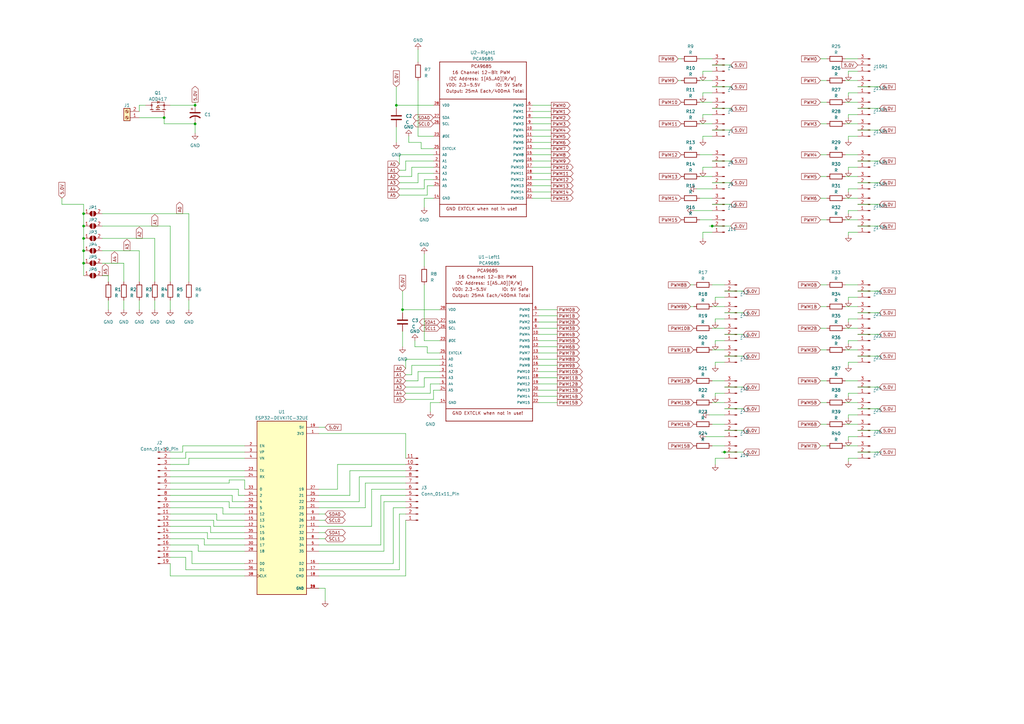
<source format=kicad_sch>
(kicad_sch (version 20231120) (generator "eeschema") (generator_version "8.0")
  (paper "A3")
  (lib_symbols
    (symbol "AOD417:AOD417" (pin_numbers hide) (pin_names (offset 1.016) hide)
      (property "Reference" "Q" (at -8.89 3.81 0))
      (property "Value" "AOD417" (at -8.89 -6.35 0))
      (symbol "AOD417_0_0"
        (pin passive line (at -2.54 2.54 0) (length 2.54) (name "~") (number "1"))
        (pin passive line (at 2.54 5.08 270) (length 2.54) (name "~") (number "3"))
        (pin passive line (at 2.54 -5.08 90) (length 2.54) (name "~") (number "4"))
      )
    )
    (symbol "Connector:Conn_01x03_Pin" (pin_names (offset 1.016) hide)
      (property "Reference" "J" (at 0 5.08 0))
      (property "Value" "Conn_01x03_Pin" (at 0 -5.08 0))
      (symbol "Conn_01x03_Pin_1_1"
        (pin passive line (at 5.08 2.54 180) (length 3.81) (name "Pin_1") (number "1"))
        (pin passive line (at 5.08 0 180) (length 3.81) (name "Pin_2") (number "2"))
        (pin passive line (at 5.08 -2.54 180) (length 3.81) (name "Pin_3") (number "3"))
      )
    )
    (symbol "Connector:Conn_01x11_Pin" (pin_names (offset 1.016) hide)
      (property "Reference" "J" (at 0 15.24 0))
      (property "Value" "Conn_01x11_Pin" (at 0 -15.24 0))
      (symbol "Conn_01x11_Pin_1_1"
        (pin passive line (at 5.08 12.7 180) (length 3.81) (name "Pin_1") (number "1"))
        (pin passive line (at 5.08 -10.16 180) (length 3.81) (name "Pin_10") (number "10"))
        (pin passive line (at 5.08 -12.7 180) (length 3.81) (name "Pin_11") (number "11"))
        (pin passive line (at 5.08 10.16 180) (length 3.81) (name "Pin_2") (number "2"))
        (pin passive line (at 5.08 7.62 180) (length 3.81) (name "Pin_3") (number "3"))
        (pin passive line (at 5.08 5.08 180) (length 3.81) (name "Pin_4") (number "4"))
        (pin passive line (at 5.08 2.54 180) (length 3.81) (name "Pin_5") (number "5"))
        (pin passive line (at 5.08 0 180) (length 3.81) (name "Pin_6") (number "6"))
        (pin passive line (at 5.08 -2.54 180) (length 3.81) (name "Pin_7") (number "7"))
        (pin passive line (at 5.08 -5.08 180) (length 3.81) (name "Pin_8") (number "8"))
        (pin passive line (at 5.08 -7.62 180) (length 3.81) (name "Pin_9") (number "9"))
      )
    )
    (symbol "Connector:Conn_01x19_Pin" (pin_names (offset 1.016) hide)
      (property "Reference" "J" (at 0 25.4 0))
      (property "Value" "Conn_01x19_Pin" (at 0 -25.4 0))
      (symbol "Conn_01x19_Pin_1_1"
        (pin passive line (at 5.08 22.86 180) (length 3.81) (name "Pin_1") (number "1"))
        (pin passive line (at 5.08 0 180) (length 3.81) (name "Pin_10") (number "10"))
        (pin passive line (at 5.08 -2.54 180) (length 3.81) (name "Pin_11") (number "11"))
        (pin passive line (at 5.08 -5.08 180) (length 3.81) (name "Pin_12") (number "12"))
        (pin passive line (at 5.08 -7.62 180) (length 3.81) (name "Pin_13") (number "13"))
        (pin passive line (at 5.08 -10.16 180) (length 3.81) (name "Pin_14") (number "14"))
        (pin passive line (at 5.08 -12.7 180) (length 3.81) (name "Pin_15") (number "15"))
        (pin passive line (at 5.08 -15.24 180) (length 3.81) (name "Pin_16") (number "16"))
        (pin passive line (at 5.08 -17.78 180) (length 3.81) (name "Pin_17") (number "17"))
        (pin passive line (at 5.08 -20.32 180) (length 3.81) (name "Pin_18") (number "18"))
        (pin passive line (at 5.08 -22.86 180) (length 3.81) (name "Pin_19") (number "19"))
        (pin passive line (at 5.08 20.32 180) (length 3.81) (name "Pin_2") (number "2"))
        (pin passive line (at 5.08 17.78 180) (length 3.81) (name "Pin_3") (number "3"))
        (pin passive line (at 5.08 15.24 180) (length 3.81) (name "Pin_4") (number "4"))
        (pin passive line (at 5.08 12.7 180) (length 3.81) (name "Pin_5") (number "5"))
        (pin passive line (at 5.08 10.16 180) (length 3.81) (name "Pin_6") (number "6"))
        (pin passive line (at 5.08 7.62 180) (length 3.81) (name "Pin_7") (number "7"))
        (pin passive line (at 5.08 5.08 180) (length 3.81) (name "Pin_8") (number "8"))
        (pin passive line (at 5.08 2.54 180) (length 3.81) (name "Pin_9") (number "9"))
      )
    )
    (symbol "Connector:Screw_Terminal_01x02" (pin_names (offset 1.016) hide)
      (property "Reference" "J" (at 0 2.54 0))
      (property "Value" "Screw_Terminal_01x02" (at 0 -5.08 0))
      (symbol "Screw_Terminal_01x02_1_1"
        (pin passive line (at -5.08 0 0) (length 3.81) (name "Pin_1") (number "1"))
        (pin passive line (at -5.08 -2.54 0) (length 3.81) (name "Pin_2") (number "2"))
      )
    )
    (symbol "Device:C" (pin_numbers hide) (pin_names (offset 0.254))
      (property "Reference" "C" (at 0.635 2.54 0))
      (property "Value" "C" (at 0.635 -2.54 0))
      (symbol "C_1_1"
        (pin passive line (at 0 3.81 270) (length 2.794) (name "~") (number "1"))
        (pin passive line (at 0 -3.81 90) (length 2.794) (name "~") (number "2"))
      )
    )
    (symbol "Device:C_Polarized_US" (pin_numbers hide) (pin_names (offset 0.254) hide)
      (property "Reference" "C" (at 0.635 2.54 0))
      (property "Value" "C_Polarized_US" (at 0.635 -2.54 0))
      (symbol "C_Polarized_US_1_1"
        (pin passive line (at 0 3.81 270) (length 2.794) (name "~") (number "1"))
        (pin passive line (at 0 -3.81 90) (length 3.302) (name "~") (number "2"))
      )
    )
    (symbol "Device:R" (pin_numbers hide) (pin_names (offset 0))
      (property "Reference" "R" (at 2.032 0 90))
      (property "Value" "R" (at 0 0 90))
      (symbol "R_1_1"
        (pin passive line (at 0 3.81 270) (length 1.27) (name "~") (number "1"))
        (pin passive line (at 0 -3.81 90) (length 1.27) (name "~") (number "2"))
      )
    )
    (symbol "ESP32-DEVKITC-32UE:ESP32-DEVKITC-32UE" (pin_names (offset 1.016))
      (property "Reference" "U" (at -10.16 36.83 0))
      (property "Value" "ESP32-DEVKITC-32UE" (at -10.16 -38.1 0))
      (symbol "ESP32-DEVKITC-32UE_0_0"
        (pin power_in line (at 15.24 30.48 180) (length 5.08) (name "3V3") (number "1"))
        (pin bidirectional line (at 15.24 -5.08 180) (length 5.08) (name "26") (number "10"))
        (pin bidirectional line (at 15.24 -7.62 180) (length 5.08) (name "27") (number "11"))
        (pin bidirectional line (at -15.24 -7.62 0) (length 5.08) (name "14") (number "12"))
        (pin bidirectional line (at -15.24 -2.54 0) (length 5.08) (name "12") (number "13"))
        (pin power_in line (at 15.24 -33.02 180) (length 5.08) (name "GND") (number "14"))
        (pin bidirectional line (at -15.24 -5.08 0) (length 5.08) (name "13") (number "15"))
        (pin bidirectional line (at 15.24 -22.86 180) (length 5.08) (name "D2") (number "16"))
        (pin bidirectional line (at 15.24 -25.4 180) (length 5.08) (name "D3") (number "17"))
        (pin bidirectional line (at 15.24 -27.94 180) (length 5.08) (name "CMD") (number "18"))
        (pin power_in line (at 15.24 33.02 180) (length 5.08) (name "5V") (number "19"))
        (pin input line (at -15.24 25.4 0) (length 5.08) (name "EN") (number "2"))
        (pin power_in line (at 15.24 -33.02 180) (length 5.08) (name "GND") (number "20"))
        (pin bidirectional line (at 15.24 0 180) (length 5.08) (name "23") (number "21"))
        (pin bidirectional line (at 15.24 2.54 180) (length 5.08) (name "22") (number "22"))
        (pin bidirectional line (at -15.24 15.24 0) (length 5.08) (name "TX") (number "23"))
        (pin bidirectional line (at -15.24 12.7 0) (length 5.08) (name "RX") (number "24"))
        (pin bidirectional line (at 15.24 5.08 180) (length 5.08) (name "21") (number "25"))
        (pin power_in line (at 15.24 -33.02 180) (length 5.08) (name "GND") (number "26"))
        (pin bidirectional line (at 15.24 7.62 180) (length 5.08) (name "19") (number "27"))
        (pin bidirectional line (at -15.24 -17.78 0) (length 5.08) (name "18") (number "28"))
        (pin bidirectional line (at -15.24 0 0) (length 5.08) (name "5") (number "29"))
        (pin input line (at -15.24 22.86 0) (length 5.08) (name "VP") (number "3"))
        (pin bidirectional line (at -15.24 -15.24 0) (length 5.08) (name "17") (number "30"))
        (pin bidirectional line (at -15.24 -12.7 0) (length 5.08) (name "16") (number "31"))
        (pin bidirectional line (at -15.24 2.54 0) (length 5.08) (name "4") (number "32"))
        (pin bidirectional line (at -15.24 7.62 0) (length 5.08) (name "0") (number "33"))
        (pin bidirectional line (at -15.24 5.08 0) (length 5.08) (name "2") (number "34"))
        (pin bidirectional line (at -15.24 -10.16 0) (length 5.08) (name "15") (number "35"))
        (pin bidirectional line (at -15.24 -25.4 0) (length 5.08) (name "D1") (number "36"))
        (pin bidirectional line (at -15.24 -22.86 0) (length 5.08) (name "D0") (number "37"))
        (pin bidirectional clock (at -15.24 -27.94 0) (length 5.08) (name "CLK") (number "38"))
        (pin input line (at -15.24 20.32 0) (length 5.08) (name "VN") (number "4"))
        (pin bidirectional line (at 15.24 -15.24 180) (length 5.08) (name "34") (number "5"))
        (pin bidirectional line (at 15.24 -17.78 180) (length 5.08) (name "35") (number "6"))
        (pin bidirectional line (at 15.24 -10.16 180) (length 5.08) (name "32") (number "7"))
        (pin bidirectional line (at 15.24 -12.7 180) (length 5.08) (name "33") (number "8"))
        (pin bidirectional line (at 15.24 -2.54 180) (length 5.08) (name "25") (number "9"))
      )
    )
    (symbol "Jumper:SolderJumper_2_Open" (pin_names (offset 0) hide)
      (property "Reference" "JP" (at 0 2.032 0))
      (property "Value" "SolderJumper_2_Open" (at 0 -2.54 0))
      (symbol "SolderJumper_2_Open_1_1"
        (pin passive line (at -3.81 0 0) (length 2.54) (name "A") (number "1"))
        (pin passive line (at 3.81 0 180) (length 2.54) (name "B") (number "2"))
      )
    )
    (symbol "PCA9685:PCA9685" (pin_names (offset 1.016))
      (property "Reference" "U" (at -17.78 35.56 0))
      (property "Value" "PCA9685" (at -17.78 -33.02 0))
      (symbol "PCA9685_0_0"
        (text "16 Channel 12-Bit PWM" (at -12.7 27.94 0) (effects (font (size 1.27 1.27)) (justify left bottom)))
        (text "GND EXTCLK when not in use!" (at -15.24 -27.94 0) (effects (font (size 1.27 1.27)) (justify left bottom)))
        (text "I2C Address: 1[A5..A0][R/W]" (at -13.97 25.4 0) (effects (font (size 1.27 1.27)) (justify left bottom)))
        (text "IO: 5V Safe" (at 5.08 22.86 0) (effects (font (size 1.27 1.27)) (justify left bottom)))
        (text "Output: 25mA Each/400mA Total" (at -15.24 20.32 0) (effects (font (size 1.27 1.27)) (justify left bottom)))
        (text "PCA9685" (at -5.08 30.48 0) (effects (font (size 1.27 1.27)) (justify left bottom)))
        (text "VDD: 2.3-5.5V" (at -15.24 22.86 0) (effects (font (size 1.27 1.27)) (justify left bottom)))
        (pin bidirectional line (at -20.32 -5.08 0) (length 2.54) (name "A0") (number "1"))
        (pin output line (at 20.32 5.08 180) (length 2.54) (name "PWM4") (number "10"))
        (pin output line (at 20.32 2.54 180) (length 2.54) (name "PWM5") (number "11"))
        (pin output line (at 20.32 0 180) (length 2.54) (name "PWM6") (number "12"))
        (pin output line (at 20.32 -2.54 180) (length 2.54) (name "PWM7") (number "13"))
        (pin power_in line (at -20.32 -22.86 0) (length 2.54) (name "GND") (number "14"))
        (pin output line (at 20.32 -5.08 180) (length 2.54) (name "PWM8") (number "15"))
        (pin output line (at 20.32 -7.62 180) (length 2.54) (name "PWM9") (number "16"))
        (pin output line (at 20.32 -10.16 180) (length 2.54) (name "PWM10") (number "17"))
        (pin output line (at 20.32 -12.7 180) (length 2.54) (name "PWM11") (number "18"))
        (pin output line (at 20.32 -15.24 180) (length 2.54) (name "PWM12") (number "19"))
        (pin bidirectional line (at -20.32 -7.62 0) (length 2.54) (name "A1") (number "2"))
        (pin output line (at 20.32 -17.78 180) (length 2.54) (name "PWM13") (number "20"))
        (pin output line (at 20.32 -20.32 180) (length 2.54) (name "PWM14") (number "21"))
        (pin output line (at 20.32 -22.86 180) (length 2.54) (name "PWM15") (number "22"))
        (pin input line (at -20.32 2.54 0) (length 2.54) (name "#OE") (number "23"))
        (pin bidirectional line (at -20.32 -17.78 0) (length 2.54) (name "A5") (number "24"))
        (pin input line (at -20.32 -2.54 0) (length 2.54) (name "EXTCLK") (number "25"))
        (pin bidirectional line (at -20.32 7.62 0) (length 2.54) (name "SCL") (number "26"))
        (pin bidirectional line (at -20.32 10.16 0) (length 2.54) (name "SDA") (number "27"))
        (pin power_in line (at -20.32 15.24 0) (length 2.54) (name "VDD") (number "28"))
        (pin bidirectional line (at -20.32 -10.16 0) (length 2.54) (name "A2") (number "3"))
        (pin bidirectional line (at -20.32 -12.7 0) (length 2.54) (name "A3") (number "4"))
        (pin bidirectional line (at -20.32 -15.24 0) (length 2.54) (name "A4") (number "5"))
        (pin output line (at 20.32 15.24 180) (length 2.54) (name "PWM0") (number "6"))
        (pin output line (at 20.32 12.7 180) (length 2.54) (name "PWM1") (number "7"))
        (pin output line (at 20.32 10.16 180) (length 2.54) (name "PWM2") (number "8"))
        (pin output line (at 20.32 7.62 180) (length 2.54) (name "PWM3") (number "9"))
      )
    )
    (symbol "power:GND" (power) (pin_names (offset 0))
      (property "Value" "GND" (at 0 -3.81 0))
      (symbol "GND_1_1"
        (pin power_in line (at 0 0 270) (length 0) hide (name "GND") (number "1"))
      )
    )
  )
  (junction (at 165.1 127))
  (junction (at 34.29 102.87))
  (junction (at 34.29 97.79))
  (junction (at 34.29 107.95))
  (junction (at 80.01 50.8))
  (junction (at 80.01 43.18))
  (junction (at 34.29 92.71))
  (junction (at 67.31 48.26))
  (junction (at 162.56 43.18))
  (junction (at 34.29 87.63))
  (junction (at 297.18 185.42))
  (junction (at 292.1 92.71))
  (wire (pts (xy 347.98 77.47) (xy 347.98 78.74)))
  (wire (pts (xy 347.98 139.7) (xy 347.98 140.97)))
  (wire (pts (xy 346.71 134.62) (xy 351.79 134.62)))
  (wire (pts (xy 218.44 66.04) (xy 226.06 66.04)))
  (wire (pts (xy 336.55 125.73) (xy 339.09 125.73)))
  (wire (pts (xy 67.31 50.8) (xy 80.01 50.8)))
  (wire (pts (xy 130.81 213.36) (xy 133.35 213.36)))
  (wire (pts (xy 130.81 226.06) (xy 157.48 226.06)))
  (wire (pts (xy 50.8 123.19) (xy 50.8 127)))
  (wire (pts (xy 284.48 86.36) (xy 292.1 86.36)))
  (wire (pts (xy 166.37 198.12) (xy 149.86 198.12)))
  (wire (pts (xy 292.1 66.04) (xy 299.72 66.04)))
  (wire (pts (xy 293.37 121.92) (xy 297.18 121.92)))
  (wire (pts (xy 57.15 123.19) (xy 57.15 127)))
  (wire (pts (xy 336.55 24.13) (xy 339.09 24.13)))
  (wire (pts (xy 288.29 68.58) (xy 292.1 68.58)))
  (wire (pts (xy 173.99 104.14) (xy 173.99 109.22)))
  (wire (pts (xy 166.37 161.29) (xy 176.53 161.29)))
  (wire (pts (xy 292.1 156.21) (xy 297.18 156.21)))
  (wire (pts (xy 138.43 190.5) (xy 166.37 190.5)))
  (wire (pts (xy 351.79 66.04) (xy 360.68 66.04)))
  (wire (pts (xy 100.33 236.22) (xy 69.85 236.22)))
  (wire (pts (xy 180.34 157.48) (xy 176.53 157.48)))
  (wire (pts (xy 290.83 92.71) (xy 292.1 92.71)))
  (wire (pts (xy 351.79 44.45) (xy 360.68 44.45)))
  (wire (pts (xy 77.47 187.96) (xy 100.33 187.96)))
  (wire (pts (xy 77.47 123.19) (xy 77.47 127)))
  (wire (pts (xy 218.44 58.42) (xy 226.06 58.42)))
  (wire (pts (xy 347.98 55.88) (xy 347.98 57.15)))
  (wire (pts (xy 80.01 50.8) (xy 80.01 54.61)))
  (wire (pts (xy 166.37 193.04) (xy 143.51 193.04)))
  (wire (pts (xy 69.85 123.19) (xy 69.85 127)))
  (wire (pts (xy 163.83 63.5) (xy 163.83 67.31)))
  (wire (pts (xy 346.71 50.8) (xy 351.79 50.8)))
  (wire (pts (xy 220.98 160.02) (xy 228.6 160.02)))
  (wire (pts (xy 297.18 137.16) (xy 304.8 137.16)))
  (wire (pts (xy 346.71 116.84) (xy 351.79 116.84)))
  (wire (pts (xy 166.37 236.22) (xy 130.81 236.22)))
  (wire (pts (xy 41.91 113.03) (xy 44.45 113.03)))
  (wire (pts (xy 351.79 92.71) (xy 360.68 92.71)))
  (wire (pts (xy 347.98 86.36) (xy 347.98 87.63)))
  (wire (pts (xy 336.55 72.39) (xy 339.09 72.39)))
  (wire (pts (xy 130.81 210.82) (xy 133.35 210.82)))
  (wire (pts (xy 292.1 92.71) (xy 299.72 92.71)))
  (wire (pts (xy 292.1 182.88) (xy 297.18 182.88)))
  (wire (pts (xy 220.98 142.24) (xy 228.6 142.24)))
  (wire (pts (xy 173.99 81.28) (xy 177.8 81.28)))
  (wire (pts (xy 218.44 50.8) (xy 226.06 50.8)))
  (wire (pts (xy 287.02 50.8) (xy 292.1 50.8)))
  (wire (pts (xy 288.29 29.21) (xy 292.1 29.21)))
  (wire (pts (xy 288.29 39.37) (xy 288.29 38.1)))
  (wire (pts (xy 130.81 220.98) (xy 133.35 220.98)))
  (wire (pts (xy 173.99 158.75) (xy 173.99 154.94)))
  (wire (pts (xy 218.44 55.88) (xy 226.06 55.88)))
  (wire (pts (xy 63.5 97.79) (xy 63.5 115.57)))
  (wire (pts (xy 76.2 187.96) (xy 76.2 185.42)))
  (wire (pts (xy 346.71 173.99) (xy 351.79 173.99)))
  (wire (pts (xy 220.98 132.08) (xy 228.6 132.08)))
  (wire (pts (xy 170.18 142.24) (xy 175.26 142.24)))
  (wire (pts (xy 292.1 83.82) (xy 299.72 83.82)))
  (wire (pts (xy 161.29 208.28) (xy 161.29 231.14)))
  (wire (pts (xy 220.98 157.48) (xy 228.6 157.48)))
  (wire (pts (xy 176.53 165.1) (xy 176.53 168.91)))
  (wire (pts (xy 69.85 215.9) (xy 86.36 215.9)))
  (wire (pts (xy 293.37 123.19) (xy 293.37 121.92)))
  (wire (pts (xy 351.79 77.47) (xy 347.98 77.47)))
  (wire (pts (xy 177.8 163.83) (xy 177.8 160.02)))
  (wire (pts (xy 218.44 48.26) (xy 226.06 48.26)))
  (wire (pts (xy 287.02 33.02) (xy 292.1 33.02)))
  (wire (pts (xy 88.9 210.82) (xy 88.9 213.36)))
  (wire (pts (xy 130.81 200.66) (xy 138.43 200.66)))
  (wire (pts (xy 168.91 72.39) (xy 163.83 72.39)))
  (wire (pts (xy 336.55 134.62) (xy 339.09 134.62)))
  (wire (pts (xy 44.45 123.19) (xy 44.45 127)))
  (wire (pts (xy 133.35 241.3) (xy 130.81 241.3)))
  (wire (pts (xy 74.93 182.88) (xy 100.33 182.88)))
  (wire (pts (xy 218.44 68.58) (xy 226.06 68.58)))
  (wire (pts (xy 347.98 121.92) (xy 347.98 123.19)))
  (wire (pts (xy 351.79 185.42) (xy 360.68 185.42)))
  (wire (pts (xy 351.79 35.56) (xy 360.68 35.56)))
  (wire (pts (xy 57.15 45.72) (xy 57.15 43.18)))
  (wire (pts (xy 157.48 205.74) (xy 166.37 205.74)))
  (wire (pts (xy 93.98 205.74) (xy 93.98 208.28)))
  (wire (pts (xy 130.81 205.74) (xy 147.32 205.74)))
  (wire (pts (xy 168.91 153.67) (xy 168.91 149.86)))
  (wire (pts (xy 50.8 107.95) (xy 50.8 115.57)))
  (wire (pts (xy 293.37 130.81) (xy 297.18 130.81)))
  (wire (pts (xy 336.55 143.51) (xy 339.09 143.51)))
  (wire (pts (xy 100.33 200.66) (xy 100.33 196.85)))
  (wire (pts (xy 336.55 81.28) (xy 339.09 81.28)))
  (wire (pts (xy 288.29 57.15) (xy 288.29 55.88)))
  (wire (pts (xy 346.71 143.51) (xy 351.79 143.51)))
  (wire (pts (xy 293.37 148.59) (xy 297.18 148.59)))
  (wire (pts (xy 218.44 45.72) (xy 226.06 45.72)))
  (wire (pts (xy 81.28 223.52) (xy 81.28 226.06)))
  (wire (pts (xy 100.33 205.74) (xy 95.25 205.74)))
  (wire (pts (xy 218.44 60.96) (xy 226.06 60.96)))
  (wire (pts (xy 173.99 154.94) (xy 180.34 154.94)))
  (wire (pts (xy 77.47 87.63) (xy 77.47 115.57)))
  (wire (pts (xy 293.37 161.29) (xy 297.18 161.29)))
  (wire (pts (xy 177.8 63.5) (xy 163.83 63.5)))
  (wire (pts (xy 297.18 187.96) (xy 293.37 187.96)))
  (wire (pts (xy 347.98 68.58) (xy 347.98 69.85)))
  (wire (pts (xy 166.37 147.32) (xy 166.37 151.13)))
  (wire (pts (xy 351.79 130.81) (xy 347.98 130.81)))
  (wire (pts (xy 175.26 80.01) (xy 175.26 76.2)))
  (wire (pts (xy 44.45 113.03) (xy 44.45 115.57)))
  (wire (pts (xy 176.53 165.1) (xy 180.34 165.1)))
  (wire (pts (xy 290.83 170.18) (xy 297.18 170.18)))
  (wire (pts (xy 161.29 231.14) (xy 130.81 231.14)))
  (wire (pts (xy 347.98 179.07) (xy 347.98 180.34)))
  (wire (pts (xy 93.98 198.12) (xy 93.98 196.85)))
  (wire (pts (xy 346.71 125.73) (xy 351.79 125.73)))
  (wire (pts (xy 173.99 73.66) (xy 173.99 77.47)))
  (wire (pts (xy 293.37 162.56) (xy 293.37 161.29)))
  (wire (pts (xy 88.9 210.82) (xy 69.85 210.82)))
  (wire (pts (xy 346.71 81.28) (xy 351.79 81.28)))
  (wire (pts (xy 163.83 77.47) (xy 173.99 77.47)))
  (wire (pts (xy 175.26 142.24) (xy 175.26 144.78)))
  (wire (pts (xy 347.98 161.29) (xy 347.98 162.56)))
  (wire (pts (xy 69.85 218.44) (xy 85.09 218.44)))
  (wire (pts (xy 347.98 187.96) (xy 351.79 187.96)))
  (wire (pts (xy 346.71 90.17) (xy 351.79 90.17)))
  (wire (pts (xy 347.98 46.99) (xy 347.98 48.26)))
  (wire (pts (xy 168.91 149.86) (xy 180.34 149.86)))
  (wire (pts (xy 177.8 68.58) (xy 168.91 68.58)))
  (wire (pts (xy 167.64 58.42) (xy 167.64 55.88)))
  (wire (pts (xy 351.79 29.21) (xy 347.98 29.21)))
  (wire (pts (xy 293.37 140.97) (xy 293.37 139.7)))
  (wire (pts (xy 351.79 38.1) (xy 347.98 38.1)))
  (wire (pts (xy 351.79 148.59) (xy 347.98 148.59)))
  (wire (pts (xy 218.44 43.18) (xy 226.06 43.18)))
  (wire (pts (xy 346.71 156.21) (xy 351.79 156.21)))
  (wire (pts (xy 91.44 208.28) (xy 69.85 208.28)))
  (wire (pts (xy 173.99 116.84) (xy 173.99 139.7)))
  (wire (pts (xy 93.98 205.74) (xy 69.85 205.74)))
  (wire (pts (xy 34.29 97.79) (xy 34.29 102.87)))
  (wire (pts (xy 292.1 26.67) (xy 299.72 26.67)))
  (wire (pts (xy 168.91 68.58) (xy 168.91 72.39)))
  (wire (pts (xy 166.37 163.83) (xy 177.8 163.83)))
  (wire (pts (xy 171.45 74.93) (xy 171.45 71.12)))
  (wire (pts (xy 166.37 213.36) (xy 166.37 236.22)))
  (wire (pts (xy 177.8 160.02) (xy 180.34 160.02)))
  (wire (pts (xy 69.85 228.6) (xy 76.2 228.6)))
  (wire (pts (xy 297.18 128.27) (xy 304.8 128.27)))
  (wire (pts (xy 162.56 52.07) (xy 162.56 58.42)))
  (wire (pts (xy 171.45 33.02) (xy 171.45 55.88)))
  (wire (pts (xy 346.71 41.91) (xy 351.79 41.91)))
  (wire (pts (xy 351.79 68.58) (xy 347.98 68.58)))
  (wire (pts (xy 76.2 185.42) (xy 100.33 185.42)))
  (wire (pts (xy 165.1 127) (xy 180.34 127)))
  (wire (pts (xy 91.44 208.28) (xy 91.44 210.82)))
  (wire (pts (xy 171.45 20.32) (xy 171.45 25.4)))
  (wire (pts (xy 133.35 241.3) (xy 133.35 246.38)))
  (wire (pts (xy 172.72 60.96) (xy 177.8 60.96)))
  (wire (pts (xy 165.1 119.38) (xy 165.1 127)))
  (wire (pts (xy 278.13 33.02) (xy 279.4 33.02)))
  (wire (pts (xy 171.45 71.12) (xy 177.8 71.12)))
  (wire (pts (xy 69.85 92.71) (xy 69.85 115.57)))
  (wire (pts (xy 41.91 97.79) (xy 63.5 97.79)))
  (wire (pts (xy 69.85 220.98) (xy 83.82 220.98)))
  (wire (pts (xy 297.18 119.38) (xy 304.8 119.38)))
  (wire (pts (xy 100.33 196.85) (xy 93.98 196.85)))
  (wire (pts (xy 100.33 213.36) (xy 88.9 213.36)))
  (wire (pts (xy 336.55 116.84) (xy 339.09 116.84)))
  (wire (pts (xy 93.98 198.12) (xy 69.85 198.12)))
  (wire (pts (xy 218.44 76.2) (xy 226.06 76.2)))
  (wire (pts (xy 347.98 95.25) (xy 351.79 95.25)))
  (wire (pts (xy 293.37 187.96) (xy 293.37 190.5)))
  (wire (pts (xy 57.15 48.26) (xy 67.31 48.26)))
  (wire (pts (xy 293.37 149.86) (xy 293.37 148.59)))
  (wire (pts (xy 347.98 38.1) (xy 347.98 39.37)))
  (wire (pts (xy 351.79 137.16) (xy 360.68 137.16)))
  (wire (pts (xy 171.45 55.88) (xy 177.8 55.88)))
  (wire (pts (xy 278.13 24.13) (xy 279.4 24.13)))
  (wire (pts (xy 220.98 162.56) (xy 228.6 162.56)))
  (wire (pts (xy 292.1 95.25) (xy 288.29 95.25)))
  (wire (pts (xy 177.8 73.66) (xy 173.99 73.66)))
  (wire (pts (xy 152.4 215.9) (xy 152.4 200.66)))
  (wire (pts (xy 156.21 223.52) (xy 130.81 223.52)))
  (wire (pts (xy 292.1 143.51) (xy 297.18 143.51)))
  (wire (pts (xy 287.02 63.5) (xy 292.1 63.5)))
  (wire (pts (xy 167.64 58.42) (xy 172.72 58.42)))
  (wire (pts (xy 166.37 177.8) (xy 166.37 187.96)))
  (wire (pts (xy 292.1 116.84) (xy 297.18 116.84)))
  (wire (pts (xy 220.98 139.7) (xy 228.6 139.7)))
  (wire (pts (xy 347.98 170.18) (xy 347.98 171.45)))
  (wire (pts (xy 180.34 152.4) (xy 171.45 152.4)))
  (wire (pts (xy 173.99 139.7) (xy 180.34 139.7)))
  (wire (pts (xy 288.29 38.1) (xy 292.1 38.1)))
  (wire (pts (xy 163.83 210.82) (xy 166.37 210.82)))
  (wire (pts (xy 292.1 74.93) (xy 299.72 74.93)))
  (wire (pts (xy 63.5 123.19) (xy 63.5 127)))
  (wire (pts (xy 69.85 223.52) (xy 81.28 223.52)))
  (wire (pts (xy 347.98 29.21) (xy 347.98 30.48)))
  (wire (pts (xy 289.56 179.07) (xy 297.18 179.07)))
  (wire (pts (xy 283.21 125.73) (xy 284.48 125.73)))
  (wire (pts (xy 171.45 156.21) (xy 166.37 156.21)))
  (wire (pts (xy 218.44 71.12) (xy 226.06 71.12)))
  (wire (pts (xy 336.55 173.99) (xy 339.09 173.99)))
  (wire (pts (xy 175.26 144.78) (xy 180.34 144.78)))
  (wire (pts (xy 69.85 43.18) (xy 80.01 43.18)))
  (wire (pts (xy 297.18 158.75) (xy 304.8 158.75)))
  (wire (pts (xy 336.55 182.88) (xy 339.09 182.88)))
  (wire (pts (xy 172.72 58.42) (xy 172.72 60.96)))
  (wire (pts (xy 69.85 213.36) (xy 87.63 213.36)))
  (wire (pts (xy 351.79 167.64) (xy 360.68 167.64)))
  (wire (pts (xy 336.55 41.91) (xy 339.09 41.91)))
  (wire (pts (xy 220.98 154.94) (xy 228.6 154.94)))
  (wire (pts (xy 87.63 213.36) (xy 87.63 215.9)))
  (wire (pts (xy 83.82 220.98) (xy 83.82 223.52)))
  (wire (pts (xy 351.79 170.18) (xy 347.98 170.18)))
  (wire (pts (xy 295.91 185.42) (xy 297.18 185.42)))
  (wire (pts (xy 347.98 148.59) (xy 347.98 149.86)))
  (wire (pts (xy 288.29 95.25) (xy 288.29 97.79)))
  (wire (pts (xy 346.71 182.88) (xy 351.79 182.88)))
  (wire (pts (xy 87.63 215.9) (xy 100.33 215.9)))
  (wire (pts (xy 34.29 107.95) (xy 34.29 113.03)))
  (wire (pts (xy 288.29 69.85) (xy 288.29 68.58)))
  (wire (pts (xy 130.81 215.9) (xy 152.4 215.9)))
  (wire (pts (xy 351.79 146.05) (xy 360.68 146.05)))
  (wire (pts (xy 69.85 190.5) (xy 77.47 190.5)))
  (wire (pts (xy 351.79 83.82) (xy 360.68 83.82)))
  (wire (pts (xy 292.1 134.62) (xy 297.18 134.62)))
  (wire (pts (xy 180.34 147.32) (xy 166.37 147.32)))
  (wire (pts (xy 69.85 193.04) (xy 100.33 193.04)))
  (wire (pts (xy 69.85 187.96) (xy 76.2 187.96)))
  (wire (pts (xy 166.37 66.04) (xy 177.8 66.04)))
  (wire (pts (xy 69.85 195.58) (xy 100.33 195.58)))
  (wire (pts (xy 176.53 157.48) (xy 176.53 161.29)))
  (wire (pts (xy 165.1 127) (xy 165.1 128.27)))
  (wire (pts (xy 100.33 208.28) (xy 93.98 208.28)))
  (wire (pts (xy 288.29 46.99) (xy 292.1 46.99)))
  (wire (pts (xy 351.79 176.53) (xy 360.68 176.53)))
  (wire (pts (xy 288.29 30.48) (xy 288.29 29.21)))
  (wire (pts (xy 83.82 223.52) (xy 100.33 223.52)))
  (wire (pts (xy 346.71 63.5) (xy 351.79 63.5)))
  (wire (pts (xy 156.21 203.2) (xy 156.21 223.52)))
  (wire (pts (xy 130.81 218.44) (xy 133.35 218.44)))
  (wire (pts (xy 147.32 205.74) (xy 147.32 195.58)))
  (wire (pts (xy 287.02 90.17) (xy 292.1 90.17)))
  (wire (pts (xy 41.91 92.71) (xy 69.85 92.71)))
  (wire (pts (xy 130.81 177.8) (xy 166.37 177.8)))
  (wire (pts (xy 218.44 81.28) (xy 226.06 81.28)))
  (wire (pts (xy 138.43 200.66) (xy 138.43 190.5)))
  (wire (pts (xy 336.55 50.8) (xy 339.09 50.8)))
  (wire (pts (xy 69.85 236.22) (xy 69.85 231.14)))
  (wire (pts (xy 78.74 231.14) (xy 78.74 226.06)))
  (wire (pts (xy 41.91 87.63) (xy 77.47 87.63)))
  (wire (pts (xy 351.79 121.92) (xy 347.98 121.92)))
  (wire (pts (xy 297.18 146.05) (xy 304.8 146.05)))
  (wire (pts (xy 41.91 107.95) (xy 50.8 107.95)))
  (wire (pts (xy 175.26 76.2) (xy 177.8 76.2)))
  (wire (pts (xy 292.1 165.1) (xy 297.18 165.1)))
  (wire (pts (xy 162.56 43.18) (xy 177.8 43.18)))
  (wire (pts (xy 347.98 189.23) (xy 347.98 187.96)))
  (wire (pts (xy 165.1 135.89) (xy 165.1 142.24)))
  (wire (pts (xy 297.18 167.64) (xy 304.8 167.64)))
  (wire (pts (xy 170.18 142.24) (xy 170.18 139.7)))
  (wire (pts (xy 351.79 86.36) (xy 347.98 86.36)))
  (wire (pts (xy 292.1 173.99) (xy 297.18 173.99)))
  (wire (pts (xy 287.02 81.28) (xy 292.1 81.28)))
  (wire (pts (xy 80.01 41.91) (xy 80.01 43.18)))
  (wire (pts (xy 77.47 190.5) (xy 77.47 187.96)))
  (wire (pts (xy 34.29 87.63) (xy 34.29 92.71)))
  (wire (pts (xy 166.37 208.28) (xy 161.29 208.28)))
  (wire (pts (xy 85.09 220.98) (xy 100.33 220.98)))
  (wire (pts (xy 34.29 92.71) (xy 34.29 97.79)))
  (wire (pts (xy 76.2 233.68) (xy 100.33 233.68)))
  (wire (pts (xy 218.44 63.5) (xy 226.06 63.5)))
  (wire (pts (xy 336.55 33.02) (xy 339.09 33.02)))
  (wire (pts (xy 147.32 195.58) (xy 166.37 195.58)))
  (wire (pts (xy 293.37 139.7) (xy 297.18 139.7)))
  (wire (pts (xy 95.25 203.2) (xy 69.85 203.2)))
  (wire (pts (xy 86.36 218.44) (xy 100.33 218.44)))
  (wire (pts (xy 171.45 152.4) (xy 171.45 156.21)))
  (wire (pts (xy 163.83 233.68) (xy 163.83 210.82)))
  (wire (pts (xy 336.55 63.5) (xy 339.09 63.5)))
  (wire (pts (xy 100.33 231.14) (xy 78.74 231.14)))
  (wire (pts (xy 292.1 53.34) (xy 299.72 53.34)))
  (wire (pts (xy 149.86 198.12) (xy 149.86 208.28)))
  (wire (pts (xy 166.37 158.75) (xy 173.99 158.75)))
  (wire (pts (xy 351.79 128.27) (xy 360.68 128.27)))
  (wire (pts (xy 166.37 153.67) (xy 168.91 153.67)))
  (wire (pts (xy 292.1 35.56) (xy 299.72 35.56)))
  (wire (pts (xy 163.83 80.01) (xy 175.26 80.01)))
  (wire (pts (xy 285.75 77.47) (xy 292.1 77.47)))
  (wire (pts (xy 69.85 185.42) (xy 74.93 185.42)))
  (wire (pts (xy 292.1 44.45) (xy 299.72 44.45)))
  (wire (pts (xy 351.79 55.88) (xy 347.98 55.88)))
  (wire (pts (xy 351.79 74.93) (xy 360.68 74.93)))
  (wire (pts (xy 57.15 102.87) (xy 57.15 115.57)))
  (wire (pts (xy 288.29 55.88) (xy 292.1 55.88)))
  (wire (pts (xy 351.79 46.99) (xy 347.98 46.99)))
  (wire (pts (xy 130.81 233.68) (xy 163.83 233.68)))
  (wire (pts (xy 162.56 35.56) (xy 162.56 43.18)))
  (wire (pts (xy 218.44 78.74) (xy 226.06 78.74)))
  (wire (pts (xy 69.85 200.66) (xy 97.79 200.66)))
  (wire (pts (xy 218.44 73.66) (xy 226.06 73.66)))
  (wire (pts (xy 287.02 24.13) (xy 292.1 24.13)))
  (wire (pts (xy 220.98 165.1) (xy 228.6 165.1)))
  (wire (pts (xy 34.29 83.82) (xy 34.29 87.63)))
  (wire (pts (xy 346.71 72.39) (xy 351.79 72.39)))
  (wire (pts (xy 346.71 33.02) (xy 351.79 33.02)))
  (wire (pts (xy 25.4 81.28) (xy 25.4 83.82)))
  (wire (pts (xy 86.36 215.9) (xy 86.36 218.44)))
  (wire (pts (xy 292.1 125.73) (xy 297.18 125.73)))
  (wire (pts (xy 283.21 116.84) (xy 284.48 116.84)))
  (wire (pts (xy 220.98 129.54) (xy 228.6 129.54)))
  (wire (pts (xy 336.55 90.17) (xy 339.09 90.17)))
  (wire (pts (xy 97.79 200.66) (xy 97.79 203.2)))
  (wire (pts (xy 297.18 176.53) (xy 304.8 176.53)))
  (wire (pts (xy 67.31 48.26) (xy 67.31 50.8)))
  (wire (pts (xy 25.4 83.82) (xy 34.29 83.82)))
  (wire (pts (xy 351.79 119.38) (xy 360.68 119.38)))
  (wire (pts (xy 351.79 139.7) (xy 347.98 139.7)))
  (wire (pts (xy 220.98 144.78) (xy 228.6 144.78)))
  (wire (pts (xy 76.2 228.6) (xy 76.2 233.68)))
  (wire (pts (xy 288.29 48.26) (xy 288.29 46.99)))
  (wire (pts (xy 78.74 226.06) (xy 69.85 226.06)))
  (wire (pts (xy 347.98 96.52) (xy 347.98 95.25)))
  (wire (pts (xy 287.02 72.39) (xy 292.1 72.39)))
  (wire (pts (xy 218.44 53.34) (xy 226.06 53.34)))
  (wire (pts (xy 173.99 81.28) (xy 173.99 85.09)))
  (wire (pts (xy 130.81 175.26) (xy 133.35 175.26)))
  (wire (pts (xy 293.37 132.08) (xy 293.37 130.81)))
  (wire (pts (xy 220.98 152.4) (xy 228.6 152.4)))
  (wire (pts (xy 351.79 179.07) (xy 347.98 179.07)))
  (wire (pts (xy 41.91 102.87) (xy 57.15 102.87)))
  (wire (pts (xy 220.98 137.16) (xy 228.6 137.16)))
  (wire (pts (xy 347.98 130.81) (xy 347.98 132.08)))
  (wire (pts (xy 143.51 193.04) (xy 143.51 203.2)))
  (wire (pts (xy 97.79 203.2) (xy 100.33 203.2)))
  (wire (pts (xy 297.18 185.42) (xy 304.8 185.42)))
  (wire (pts (xy 220.98 134.62) (xy 228.6 134.62)))
  (wire (pts (xy 336.55 165.1) (xy 339.09 165.1)))
  (wire (pts (xy 34.29 102.87) (xy 34.29 107.95)))
  (wire (pts (xy 351.79 161.29) (xy 347.98 161.29)))
  (wire (pts (xy 220.98 147.32) (xy 228.6 147.32)))
  (wire (pts (xy 162.56 43.18) (xy 162.56 44.45)))
  (wire (pts (xy 163.83 74.93) (xy 171.45 74.93)))
  (wire (pts (xy 157.48 226.06) (xy 157.48 205.74)))
  (wire (pts (xy 220.98 149.86) (xy 228.6 149.86)))
  (wire (pts (xy 152.4 200.66) (xy 166.37 200.66)))
  (wire (pts (xy 74.93 185.42) (xy 74.93 182.88)))
  (wire (pts (xy 163.83 69.85) (xy 166.37 69.85)))
  (wire (pts (xy 85.09 218.44) (xy 85.09 220.98)))
  (wire (pts (xy 287.02 41.91) (xy 292.1 41.91)))
  (wire (pts (xy 220.98 127) (xy 228.6 127)))
  (wire (pts (xy 57.15 43.18) (xy 59.69 43.18)))
  (wire (pts (xy 166.37 203.2) (xy 156.21 203.2)))
  (wire (pts (xy 81.28 226.06) (xy 100.33 226.06)))
  (wire (pts (xy 346.71 24.13) (xy 351.79 24.13)))
  (wire (pts (xy 351.79 158.75) (xy 360.68 158.75)))
  (wire (pts (xy 166.37 69.85) (xy 166.37 66.04)))
  (wire (pts (xy 143.51 203.2) (xy 130.81 203.2)))
  (wire (pts (xy 336.55 156.21) (xy 339.09 156.21)))
  (wire (pts (xy 149.86 208.28) (xy 130.81 208.28)))
  (wire (pts (xy 100.33 210.82) (xy 91.44 210.82)))
  (wire (pts (xy 95.25 203.2) (xy 95.25 205.74)))
  (wire (pts (xy 351.79 53.34) (xy 360.68 53.34)))
  (wire (pts (xy 346.71 165.1) (xy 351.79 165.1)))
  (global_label "PWM0B" (shape input) (at 336.55 116.84 180) (property "Intersheetrefs" "${INTERSHEET_REFS}" (effects (hide yes))))
  (global_label "PWM4B" (shape output) (at 228.6 137.16 0) (property "Intersheetrefs" "${INTERSHEET_REFS}" (effects (hide yes))))
  (global_label "5.0V" (shape input) (at 360.68 92.71 0) (property "Intersheetrefs" "${INTERSHEET_REFS}" (effects (hide yes))))
  (global_label "PWM11" (shape input) (at 279.4 50.8 180) (property "Intersheetrefs" "${INTERSHEET_REFS}" (effects (hide yes))))
  (global_label "5.0V" (shape input) (at 360.68 35.56 0) (property "Intersheetrefs" "${INTERSHEET_REFS}" (effects (hide yes))))
  (global_label "A5" (shape input) (at 166.37 163.83 180) (property "Intersheetrefs" "${INTERSHEET_REFS}" (effects (hide yes))))
  (global_label "SCL1" (shape bidirectional) (at 133.35 220.98 0) (property "Intersheetrefs" "${INTERSHEET_REFS}" (effects (hide yes))))
  (global_label "A0" (shape output) (at 73.66 87.63 90) (property "Intersheetrefs" "${INTERSHEET_REFS}" (effects (hide yes))))
  (global_label "5.0V" (shape input) (at 304.8 167.64 0) (property "Intersheetrefs" "${INTERSHEET_REFS}" (effects (hide yes))))
  (global_label "PWM2" (shape output) (at 226.06 48.26 0) (property "Intersheetrefs" "${INTERSHEET_REFS}" (effects (hide yes))))
  (global_label "PWM9" (shape output) (at 226.06 66.04 0) (property "Intersheetrefs" "${INTERSHEET_REFS}" (effects (hide yes))))
  (global_label "A3" (shape input) (at 166.37 158.75 180) (property "Intersheetrefs" "${INTERSHEET_REFS}" (effects (hide yes))))
  (global_label "5.0V" (shape input) (at 360.68 185.42 0) (property "Intersheetrefs" "${INTERSHEET_REFS}" (effects (hide yes))))
  (global_label "PWM8" (shape output) (at 226.06 63.5 0) (property "Intersheetrefs" "${INTERSHEET_REFS}" (effects (hide yes))))
  (global_label "5.0V" (shape input) (at 304.8 158.75 0) (property "Intersheetrefs" "${INTERSHEET_REFS}" (effects (hide yes))))
  (global_label "PWM12B" (shape input) (at 284.48 156.21 180) (property "Intersheetrefs" "${INTERSHEET_REFS}" (effects (hide yes))))
  (global_label "PWM8B" (shape output) (at 228.6 147.32 0) (property "Intersheetrefs" "${INTERSHEET_REFS}" (effects (hide yes))))
  (global_label "PWM4B" (shape input) (at 336.55 156.21 180) (property "Intersheetrefs" "${INTERSHEET_REFS}" (effects (hide yes))))
  (global_label "PWM14" (shape output) (at 226.06 78.74 0) (property "Intersheetrefs" "${INTERSHEET_REFS}" (effects (hide yes))))
  (global_label "PWM14" (shape input) (at 279.4 81.28 180) (property "Intersheetrefs" "${INTERSHEET_REFS}" (effects (hide yes))))
  (global_label "A0" (shape input) (at 166.37 151.13 180) (property "Intersheetrefs" "${INTERSHEET_REFS}" (effects (hide yes))))
  (global_label "5.0V" (shape input) (at 133.35 175.26 0) (property "Intersheetrefs" "${INTERSHEET_REFS}" (effects (hide yes))))
  (global_label "PWM7" (shape input) (at 336.55 90.17 180) (property "Intersheetrefs" "${INTERSHEET_REFS}" (effects (hide yes))))
  (global_label "PWM12" (shape input) (at 279.4 63.5 180) (property "Intersheetrefs" "${INTERSHEET_REFS}" (effects (hide yes))))
  (global_label "5.0V" (shape input) (at 360.68 146.05 0) (property "Intersheetrefs" "${INTERSHEET_REFS}" (effects (hide yes))))
  (global_label "5.0V" (shape input) (at 162.56 35.56 90) (property "Intersheetrefs" "${INTERSHEET_REFS}" (effects (hide yes))))
  (global_label "PWM9B" (shape output) (at 228.6 149.86 0) (property "Intersheetrefs" "${INTERSHEET_REFS}" (effects (hide yes))))
  (global_label "SCL1" (shape bidirectional) (at 180.34 134.62 180) (property "Intersheetrefs" "${INTERSHEET_REFS}" (effects (hide yes))))
  (global_label "5.0V" (shape input) (at 360.68 176.53 0) (property "Intersheetrefs" "${INTERSHEET_REFS}" (effects (hide yes))))
  (global_label "PWM11" (shape output) (at 226.06 71.12 0) (property "Intersheetrefs" "${INTERSHEET_REFS}" (effects (hide yes))))
  (global_label "PWM5" (shape output) (at 226.06 55.88 0) (property "Intersheetrefs" "${INTERSHEET_REFS}" (effects (hide yes))))
  (global_label "5.0V" (shape input) (at 304.8 146.05 0) (property "Intersheetrefs" "${INTERSHEET_REFS}" (effects (hide yes))))
  (global_label "5.0V" (shape input) (at 165.1 119.38 90) (property "Intersheetrefs" "${INTERSHEET_REFS}" (effects (hide yes))))
  (global_label "PWM15" (shape output) (at 226.06 81.28 0) (property "Intersheetrefs" "${INTERSHEET_REFS}" (effects (hide yes))))
  (global_label "PWM12" (shape output) (at 226.06 73.66 0) (property "Intersheetrefs" "${INTERSHEET_REFS}" (effects (hide yes))))
  (global_label "A1" (shape input) (at 163.83 69.85 180) (property "Intersheetrefs" "${INTERSHEET_REFS}" (effects (hide yes))))
  (global_label "PWM1B" (shape output) (at 228.6 129.54 0) (property "Intersheetrefs" "${INTERSHEET_REFS}" (effects (hide yes))))
  (global_label "PWM10B" (shape input) (at 284.48 134.62 180) (property "Intersheetrefs" "${INTERSHEET_REFS}" (effects (hide yes))))
  (global_label "PWM0" (shape input) (at 336.55 24.13 180) (property "Intersheetrefs" "${INTERSHEET_REFS}" (effects (hide yes))))
  (global_label "A4" (shape input) (at 163.83 77.47 180) (property "Intersheetrefs" "${INTERSHEET_REFS}" (effects (hide yes))))
  (global_label "PWM2B" (shape output) (at 228.6 132.08 0) (property "Intersheetrefs" "${INTERSHEET_REFS}" (effects (hide yes))))
  (global_label "A0" (shape input) (at 163.83 67.31 180) (property "Intersheetrefs" "${INTERSHEET_REFS}" (effects (hide yes))))
  (global_label "PWM0B" (shape output) (at 228.6 127 0) (property "Intersheetrefs" "${INTERSHEET_REFS}" (effects (hide yes))))
  (global_label "PWM13B" (shape output) (at 228.6 160.02 0) (property "Intersheetrefs" "${INTERSHEET_REFS}" (effects (hide yes))))
  (global_label "5.0V" (shape input) (at 299.72 66.04 0) (property "Intersheetrefs" "${INTERSHEET_REFS}" (effects (hide yes))))
  (global_label "5.0V" (shape input) (at 360.68 167.64 0) (property "Intersheetrefs" "${INTERSHEET_REFS}" (effects (hide yes))))
  (global_label "PWM11B" (shape output) (at 228.6 154.94 0) (property "Intersheetrefs" "${INTERSHEET_REFS}" (effects (hide yes))))
  (global_label "5.0V" (shape input) (at 304.8 176.53 0) (property "Intersheetrefs" "${INTERSHEET_REFS}" (effects (hide yes))))
  (global_label "PWM3" (shape input) (at 336.55 50.8 180) (property "Intersheetrefs" "${INTERSHEET_REFS}" (effects (hide yes))))
  (global_label "PWM15B" (shape input) (at 284.48 182.88 180) (property "Intersheetrefs" "${INTERSHEET_REFS}" (effects (hide yes))))
  (global_label "PWM6B" (shape input) (at 336.55 173.99 180) (property "Intersheetrefs" "${INTERSHEET_REFS}" (effects (hide yes))))
  (global_label "PWM15B" (shape output) (at 228.6 165.1 0) (property "Intersheetrefs" "${INTERSHEET_REFS}" (effects (hide yes))))
  (global_label "SDA1" (shape bidirectional) (at 133.35 218.44 0) (property "Intersheetrefs" "${INTERSHEET_REFS}" (effects (hide yes))))
  (global_label "5.0V" (shape input) (at 360.68 66.04 0) (property "Intersheetrefs" "${INTERSHEET_REFS}" (effects (hide yes))))
  (global_label "5.0V" (shape input) (at 360.68 74.93 0) (property "Intersheetrefs" "${INTERSHEET_REFS}" (effects (hide yes))))
  (global_label "5.0V" (shape input) (at 299.72 92.71 0) (property "Intersheetrefs" "${INTERSHEET_REFS}" (effects (hide yes))))
  (global_label "5.0V" (shape output) (at 80.01 41.91 90) (property "Intersheetrefs" "${INTERSHEET_REFS}" (effects (hide yes))))
  (global_label "PWM1" (shape input) (at 336.55 33.02 180) (property "Intersheetrefs" "${INTERSHEET_REFS}" (effects (hide yes))))
  (global_label "PWM7B" (shape output) (at 228.6 144.78 0) (property "Intersheetrefs" "${INTERSHEET_REFS}" (effects (hide yes))))
  (global_label "PWM13" (shape output) (at 226.06 76.2 0) (property "Intersheetrefs" "${INTERSHEET_REFS}" (effects (hide yes))))
  (global_label "PWM6B" (shape output) (at 228.6 142.24 0) (property "Intersheetrefs" "${INTERSHEET_REFS}" (effects (hide yes))))
  (global_label "5.0V" (shape input) (at 360.68 137.16 0) (property "Intersheetrefs" "${INTERSHEET_REFS}" (effects (hide yes))))
  (global_label "5.0V" (shape input) (at 360.68 44.45 0) (property "Intersheetrefs" "${INTERSHEET_REFS}" (effects (hide yes))))
  (global_label "PWM10" (shape output) (at 226.06 68.58 0) (property "Intersheetrefs" "${INTERSHEET_REFS}" (effects (hide yes))))
  (global_label "PWM7" (shape output) (at 226.06 60.96 0) (property "Intersheetrefs" "${INTERSHEET_REFS}" (effects (hide yes))))
  (global_label "PWM1" (shape output) (at 226.06 45.72 0) (property "Intersheetrefs" "${INTERSHEET_REFS}" (effects (hide yes))))
  (global_label "PWM3" (shape output) (at 226.06 50.8 0) (property "Intersheetrefs" "${INTERSHEET_REFS}" (effects (hide yes))))
  (global_label "PWM8B" (shape input) (at 283.21 116.84 180) (property "Intersheetrefs" "${INTERSHEET_REFS}" (effects (hide yes))))
  (global_label "PWM12B" (shape output) (at 228.6 157.48 0) (property "Intersheetrefs" "${INTERSHEET_REFS}" (effects (hide yes))))
  (global_label "PWM2" (shape input) (at 336.55 41.91 180) (property "Intersheetrefs" "${INTERSHEET_REFS}" (effects (hide yes))))
  (global_label "A3" (shape input) (at 163.83 74.93 180) (property "Intersheetrefs" "${INTERSHEET_REFS}" (effects (hide yes))))
  (global_label "A4" (shape output) (at 46.99 107.95 90) (property "Intersheetrefs" "${INTERSHEET_REFS}" (effects (hide yes))))
  (global_label "A5" (shape input) (at 163.83 80.01 180) (property "Intersheetrefs" "${INTERSHEET_REFS}" (effects (hide yes))))
  (global_label "A1" (shape input) (at 166.37 153.67 180) (property "Intersheetrefs" "${INTERSHEET_REFS}" (effects (hide yes))))
  (global_label "PWM9B" (shape input) (at 283.21 125.73 180) (property "Intersheetrefs" "${INTERSHEET_REFS}" (effects (hide yes))))
  (global_label "5.0V" (shape input) (at 360.68 83.82 0) (property "Intersheetrefs" "${INTERSHEET_REFS}" (effects (hide yes))))
  (global_label "SCL0" (shape bidirectional) (at 177.8 50.8 180) (property "Intersheetrefs" "${INTERSHEET_REFS}" (effects (hide yes))))
  (global_label "5.0V" (shape input) (at 351.79 26.67 180) (property "Intersheetrefs" "${INTERSHEET_REFS}" (effects (hide yes))))
  (global_label "PWM2B" (shape input) (at 336.55 134.62 180) (property "Intersheetrefs" "${INTERSHEET_REFS}" (effects (hide yes))))
  (global_label "PWM4" (shape input) (at 336.55 63.5 180) (property "Intersheetrefs" "${INTERSHEET_REFS}" (effects (hide yes))))
  (global_label "SDA1" (shape bidirectional) (at 180.34 132.08 180) (property "Intersheetrefs" "${INTERSHEET_REFS}" (effects (hide yes))))
  (global_label "PWM6" (shape input) (at 336.55 81.28 180) (property "Intersheetrefs" "${INTERSHEET_REFS}" (effects (hide yes))))
  (global_label "PWM5B" (shape output) (at 228.6 139.7 0) (property "Intersheetrefs" "${INTERSHEET_REFS}" (effects (hide yes))))
  (global_label "A2" (shape output) (at 57.15 97.79 90) (property "Intersheetrefs" "${INTERSHEET_REFS}" (effects (hide yes))))
  (global_label "5.0V" (shape input) (at 360.68 119.38 0) (property "Intersheetrefs" "${INTERSHEET_REFS}" (effects (hide yes))))
  (global_label "5.0V" (shape input) (at 360.68 128.27 0) (property "Intersheetrefs" "${INTERSHEET_REFS}" (effects (hide yes))))
  (global_label "A3" (shape output) (at 52.07 102.87 90) (property "Intersheetrefs" "${INTERSHEET_REFS}" (effects (hide yes))))
  (global_label "5.0V" (shape input) (at 25.4 81.28 90) (property "Intersheetrefs" "${INTERSHEET_REFS}" (effects (hide yes))))
  (global_label "5.0V" (shape input) (at 304.8 128.27 0) (property "Intersheetrefs" "${INTERSHEET_REFS}" (effects (hide yes))))
  (global_label "A2" (shape input) (at 163.83 72.39 180) (property "Intersheetrefs" "${INTERSHEET_REFS}" (effects (hide yes))))
  (global_label "5.0V" (shape input) (at 360.68 53.34 0) (property "Intersheetrefs" "${INTERSHEET_REFS}" (effects (hide yes))))
  (global_label "PWM13B" (shape input) (at 284.48 165.1 180) (property "Intersheetrefs" "${INTERSHEET_REFS}" (effects (hide yes))))
  (global_label "SDA0" (shape bidirectional) (at 133.35 210.82 0) (property "Intersheetrefs" "${INTERSHEET_REFS}" (effects (hide yes))))
  (global_label "PWM3B" (shape output) (at 228.6 134.62 0) (property "Intersheetrefs" "${INTERSHEET_REFS}" (effects (hide yes))))
  (global_label "A1" (shape output) (at 63.5 92.71 90) (property "Intersheetrefs" "${INTERSHEET_REFS}" (effects (hide yes))))
  (global_label "PWM5" (shape input) (at 336.55 72.39 180) (property "Intersheetrefs" "${INTERSHEET_REFS}" (effects (hide yes))))
  (global_label "SCL0" (shape bidirectional) (at 133.35 213.36 0) (property "Intersheetrefs" "${INTERSHEET_REFS}" (effects (hide yes))))
  (global_label "PWM14B" (shape output) (at 228.6 162.56 0) (property "Intersheetrefs" "${INTERSHEET_REFS}" (effects (hide yes))))
  (global_label "PWM7B" (shape input) (at 336.55 182.88 180) (property "Intersheetrefs" "${INTERSHEET_REFS}" (effects (hide yes))))
  (global_label "PWM4" (shape output) (at 226.06 53.34 0) (property "Intersheetrefs" "${INTERSHEET_REFS}" (effects (hide yes))))
  (global_label "PWM1B" (shape input) (at 336.55 125.73 180) (property "Intersheetrefs" "${INTERSHEET_REFS}" (effects (hide yes))))
  (global_label "PWM15" (shape input) (at 279.4 90.17 180) (property "Intersheetrefs" "${INTERSHEET_REFS}" (effects (hide yes))))
  (global_label "5.0V" (shape input) (at 299.72 53.34 0) (property "Intersheetrefs" "${INTERSHEET_REFS}" (effects (hide yes))))
  (global_label "A5" (shape output) (at 43.18 113.03 90) (property "Intersheetrefs" "${INTERSHEET_REFS}" (effects (hide yes))))
  (global_label "PWM3B" (shape input) (at 336.55 143.51 180) (property "Intersheetrefs" "${INTERSHEET_REFS}" (effects (hide yes))))
  (global_label "PWM8" (shape input) (at 278.13 24.13 180) (property "Intersheetrefs" "${INTERSHEET_REFS}" (effects (hide yes))))
  (global_label "5.0V" (shape input) (at 299.72 83.82 0) (property "Intersheetrefs" "${INTERSHEET_REFS}" (effects (hide yes))))
  (global_label "PWM11B" (shape input) (at 284.48 143.51 180) (property "Intersheetrefs" "${INTERSHEET_REFS}" (effects (hide yes))))
  (global_label "PWM5B" (shape input) (at 336.55 165.1 180) (property "Intersheetrefs" "${INTERSHEET_REFS}" (effects (hide yes))))
  (global_label "A2" (shape input) (at 166.37 156.21 180) (property "Intersheetrefs" "${INTERSHEET_REFS}" (effects (hide yes))))
  (global_label "PWM10" (shape input) (at 279.4 41.91 180) (property "Intersheetrefs" "${INTERSHEET_REFS}" (effects (hide yes))))
  (global_label "SDA0" (shape bidirectional) (at 177.8 48.26 180) (property "Intersheetrefs" "${INTERSHEET_REFS}" (effects (hide yes))))
  (global_label "PWM13" (shape input) (at 279.4 72.39 180) (property "Intersheetrefs" "${INTERSHEET_REFS}" (effects (hide yes))))
  (global_label "PWM14B" (shape input) (at 284.48 173.99 180) (property "Intersheetrefs" "${INTERSHEET_REFS}" (effects (hide yes))))
  (global_label "PWM10B" (shape output) (at 228.6 152.4 0) (property "Intersheetrefs" "${INTERSHEET_REFS}" (effects (hide yes))))
  (global_label "5.0V" (shape input) (at 299.72 74.93 0) (property "Intersheetrefs" "${INTERSHEET_REFS}" (effects (hide yes))))
  (global_label "PWM9" (shape input) (at 278.13 33.02 180) (property "Intersheetrefs" "${INTERSHEET_REFS}" (effects (hide yes))))
  (global_label "5.0V" (shape input) (at 299.72 44.45 0) (property "Intersheetrefs" "${INTERSHEET_REFS}" (effects (hide yes))))
  (global_label "5.0V" (shape input) (at 299.72 26.67 0) (property "Intersheetrefs" "${INTERSHEET_REFS}" (effects (hide yes))))
  (global_label "5.0V" (shape input) (at 304.8 185.42 0) (property "Intersheetrefs" "${INTERSHEET_REFS}" (effects (hide yes))))
  (global_label "A4" (shape input) (at 166.37 161.29 180) (property "Intersheetrefs" "${INTERSHEET_REFS}" (effects (hide yes))))
  (global_label "PWM6" (shape output) (at 226.06 58.42 0) (property "Intersheetrefs" "${INTERSHEET_REFS}" (effects (hide yes))))
  (global_label "5.0V" (shape input) (at 299.72 35.56 0) (property "Intersheetrefs" "${INTERSHEET_REFS}" (effects (hide yes))))
  (global_label "PWM0" (shape output) (at 226.06 43.18 0) (property "Intersheetrefs" "${INTERSHEET_REFS}" (effects (hide yes))))
  (global_label "5.0V" (shape input) (at 304.8 137.16 0) (property "Intersheetrefs" "${INTERSHEET_REFS}" (effects (hide yes))))
  (global_label "5.0V" (shape input) (at 360.68 158.75 0) (property "Intersheetrefs" "${INTERSHEET_REFS}" (effects (hide yes))))
  (global_label "5.0V" (shape input) (at 304.8 119.38 0) (property "Intersheetrefs" "${INTERSHEET_REFS}" (effects (hide yes))))
  (symbol (lib_id "Device:R") (at 342.9 24.13 90) (unit 1)
    (property "Reference" "R25" (at 342.9 19.05 90))
    (property "Value" "R" (at 342.9 21.59 90))
    (property "Footprint" "Resistor_SMD:R_0201_0603Metric" (effects (hide yes)))
  )
  (symbol (lib_id "power:GND") (at 167.64 55.88 180) (unit 1)
    (property "Reference" "#PWR011" (effects (hide yes)))
    (property "Value" "GND" (at 167.64 52.07 0))
  )
  (symbol (lib_id "Jumper:SolderJumper_2_Open") (at 38.1 87.63 0) (unit 1)
    (property "Reference" "JP1" (at 38.1 85.09 0))
    (property "Value" "~" (at 38.1 85.09 0))
    (property "Footprint" "Jumper:SolderJumper-2_P1.3mm_Open_Pad1.0x1.5mm" (effects (hide yes)))
  )
  (symbol (lib_id "power:GND") (at 288.29 57.15 0) (unit 1)
    (property "Reference" "#PWR024" (effects (hide yes)))
    (property "Value" "GND" (effects (hide yes)))
  )
  (symbol (lib_id "Connector:Conn_01x03_Pin") (at 356.87 146.05 180) (unit 1)
    (property "Reference" "J23" (at 358.14 146.685 0) (effects (justify right)))
    (property "Value" "~" (at 358.14 147.955 0) (effects (justify right)))
    (property "Footprint" "Connector_PinHeader_1.00mm:PinHeader_1x03_P1.00mm_Vertical" (effects (hide yes)))
  )
  (symbol (lib_id "Device:R") (at 342.9 63.5 90) (unit 1)
    (property "Reference" "R29" (at 342.9 58.42 90))
    (property "Value" "R" (at 342.9 60.96 90))
    (property "Footprint" "Resistor_SMD:R_0201_0603Metric" (effects (hide yes)))
  )
  (symbol (lib_id "power:GND") (at 347.98 132.08 0) (unit 1)
    (property "Reference" "#PWR042" (effects (hide yes)))
    (property "Value" "GND" (effects (hide yes)))
  )
  (symbol (lib_id "Device:C") (at 162.56 48.26 0) (unit 1)
    (property "Reference" "C2" (at 166.37 47.625 0) (effects (justify left)))
    (property "Value" "C" (at 166.37 50.165 0) (effects (justify left)))
    (property "Footprint" "Capacitor_Tantalum_SMD:CP_EIA-1608-08_AVX-J" (effects (hide yes)))
  )
  (symbol (lib_id "Connector:Conn_01x03_Pin") (at 297.18 92.71 180) (unit 1)
    (property "Reference" "J11" (at 298.45 93.98 0) (effects (justify right)))
    (property "Value" "~" (at 298.45 94.615 0) (effects (justify right)))
    (property "Footprint" "Connector_PinHeader_1.00mm:PinHeader_1x03_P1.00mm_Vertical" (effects (hide yes)))
  )
  (symbol (lib_id "Connector:Conn_01x03_Pin") (at 356.87 128.27 180) (unit 1)
    (property "Reference" "J21" (at 358.14 128.905 0) (effects (justify right)))
    (property "Value" "~" (at 358.14 130.175 0) (effects (justify right)))
    (property "Footprint" "Connector_PinHeader_1.00mm:PinHeader_1x03_P1.00mm_Vertical" (effects (hide yes)))
  )
  (symbol (lib_id "Connector:Conn_01x03_Pin") (at 302.26 176.53 180) (unit 1)
    (property "Reference" "J18" (at 303.53 177.165 0) (effects (justify right)))
    (property "Value" "~" (at 303.53 178.435 0) (effects (justify right)))
    (property "Footprint" "Connector_PinHeader_1.00mm:PinHeader_1x03_P1.00mm_Vertical" (effects (hide yes)))
  )
  (symbol (lib_id "power:GND") (at 176.53 168.91 0) (unit 1)
    (property "Reference" "#PWR016" (effects (hide yes)))
    (property "Value" "GND" (at 176.53 173.99 0))
  )
  (symbol (lib_id "power:GND") (at 288.29 39.37 0) (unit 1)
    (property "Reference" "#PWR022" (effects (hide yes)))
    (property "Value" "GND" (effects (hide yes)))
  )
  (symbol (lib_id "power:GND") (at 133.35 246.38 0) (unit 1)
    (property "Reference" "#PWR08" (effects (hide yes)))
    (property "Value" "GND" (effects (hide yes)))
  )
  (symbol (lib_id "power:GND") (at 293.37 190.5 0) (unit 1)
    (property "Reference" "#PWR032" (effects (hide yes)))
    (property "Value" "GND" (effects (hide yes)))
  )
  (symbol (lib_id "Connector:Screw_Terminal_01x02") (at 52.07 48.26 180) (unit 1)
    (property "Reference" "J1" (at 52.07 43.18 0))
    (property "Value" "Screw_Terminal_01x02" (effects (hide yes)))
    (property "Footprint" "Connector_PinHeader_2.00mm:PinHeader_1x02_P2.00mm_Vertical" (effects (hide yes)))
  )
  (symbol (lib_id "Device:C") (at 165.1 132.08 0) (unit 1)
    (property "Reference" "C3" (at 168.91 131.445 0) (effects (justify left)))
    (property "Value" "C" (at 168.91 133.985 0) (effects (justify left)))
    (property "Footprint" "Capacitor_Tantalum_SMD:CP_EIA-1608-08_AVX-J" (effects (hide yes)))
  )
  (symbol (lib_id "Device:R") (at 342.9 173.99 90) (unit 1)
    (property "Reference" "R39" (at 342.9 168.91 90))
    (property "Value" "R" (at 342.9 171.45 90))
    (property "Footprint" "Resistor_SMD:R_0201_0603Metric" (effects (hide yes)))
  )
  (symbol (lib_id "power:GND") (at 347.98 39.37 0) (unit 1)
    (property "Reference" "#PWR034" (effects (hide yes)))
    (property "Value" "GND" (effects (hide yes)))
  )
  (symbol (lib_id "power:GND") (at 347.98 87.63 0) (unit 1)
    (property "Reference" "#PWR039" (effects (hide yes)))
    (property "Value" "GND" (effects (hide yes)))
  )
  (symbol (lib_id "PCA9685:PCA9685") (at 200.66 142.24 0) (unit 1)
    (property "Reference" "U1-Left1" (at 200.66 105.41 0))
    (property "Value" "PCA9685" (at 200.66 107.95 0))
    (property "Footprint" "PCA9685:TSSOP28" (effects (hide yes)))
    (property "Description" "\nLED Driver 10000uA Supply Current Automotive 28-Pin TSSOP T/R\n" (effects (hide yes)))
    (property "MF" "NXP Semiconductors" (effects (hide yes)))
    (property "Package" "None" (effects (hide yes)))
    (property "Price" "None" (effects (hide yes)))
    (property "SnapEDA_Link" "https://www.snapeda.com/parts/PCA9685/NXP+Semiconductors/view-part/?ref=snap" (effects (hide yes)))
    (property "MP" "PCA9685" (effects (hide yes)))
    (property "Purchase-URL" "https://www.snapeda.com/api/url_track_click_mouser/?unipart_id=7063435&manufacturer=NXP Semiconductors&part_name=PCA9685&search_term=pca9685" (effects (hide yes)))
    (property "Availability" "Not in stock" (effects (hide yes)))
    (property "Check_prices" "https://www.snapeda.com/parts/PCA9685/NXP+Semiconductors/view-part/?ref=eda" (effects (hide yes)))
  )
  (symbol (lib_id "Connector:Conn_01x03_Pin") (at 297.18 53.34 180) (unit 1)
    (property "Reference" "J7" (at 298.45 53.975 0) (effects (justify right)))
    (property "Value" "~" (at 298.45 55.245 0) (effects (justify right)))
    (property "Footprint" "Connector_PinHeader_1.00mm:PinHeader_1x03_P1.00mm_Vertical" (effects (hide yes)))
  )
  (symbol (lib_id "Device:R") (at 283.21 72.39 90) (unit 1)
    (property "Reference" "R14" (at 283.21 67.31 90))
    (property "Value" "R" (at 283.21 69.85 90))
    (property "Footprint" "Resistor_SMD:R_0201_0603Metric" (effects (hide yes)))
  )
  (symbol (lib_id "power:GND") (at 63.5 127 0) (unit 1)
    (property "Reference" "#PWR04" (effects (hide yes)))
    (property "Value" "GND" (at 63.5 132.08 0))
  )
  (symbol (lib_id "Connector:Conn_01x03_Pin") (at 356.87 83.82 180) (unit 1)
    (property "Reference" "J16R1" (at 358.14 84.455 0) (effects (justify right)))
    (property "Value" "~" (at 358.14 85.725 0) (effects (justify right)))
    (property "Footprint" "Connector_PinHeader_1.00mm:PinHeader_1x03_P1.00mm_Vertical" (effects (hide yes)))
  )
  (symbol (lib_id "Device:R") (at 342.9 182.88 90) (unit 1)
    (property "Reference" "R40" (at 342.9 177.8 90))
    (property "Value" "R" (at 342.9 180.34 90))
    (property "Footprint" "Resistor_SMD:R_0201_0603Metric" (effects (hide yes)))
  )
  (symbol (lib_id "Device:R") (at 342.9 134.62 90) (unit 1)
    (property "Reference" "R35" (at 342.9 129.54 90))
    (property "Value" "R" (at 342.9 132.08 90))
    (property "Footprint" "Resistor_SMD:R_0201_0603Metric" (effects (hide yes)))
  )
  (symbol (lib_id "power:GND") (at 347.98 123.19 0) (unit 1)
    (property "Reference" "#PWR041" (effects (hide yes)))
    (property "Value" "GND" (effects (hide yes)))
  )
  (symbol (lib_id "Device:R") (at 342.9 165.1 90) (unit 1)
    (property "Reference" "R38" (at 342.9 160.02 90))
    (property "Value" "R" (at 342.9 162.56 90))
    (property "Footprint" "Resistor_SMD:R_0201_0603Metric" (effects (hide yes)))
  )
  (symbol (lib_id "power:GND") (at 347.98 149.86 0) (unit 1)
    (property "Reference" "#PWR044" (effects (hide yes)))
    (property "Value" "GND" (effects (hide yes)))
  )
  (symbol (lib_id "Jumper:SolderJumper_2_Open") (at 38.1 97.79 0) (unit 1)
    (property "Reference" "JP3" (at 38.1 95.25 0))
    (property "Value" "~" (at 38.1 95.25 0))
    (property "Footprint" "Jumper:SolderJumper-2_P1.3mm_Open_Pad1.0x1.5mm" (effects (hide yes)))
  )
  (symbol (lib_id "Device:R") (at 44.45 119.38 0) (unit 1)
    (property "Reference" "R1" (at 46.99 118.745 0) (effects (justify left)))
    (property "Value" "R" (at 46.99 121.285 0) (effects (justify left)))
    (property "Footprint" "Resistor_SMD:R_0201_0603Metric" (effects (hide yes)))
  )
  (symbol (lib_id "Device:R") (at 342.9 143.51 90) (unit 1)
    (property "Reference" "R36" (at 342.9 138.43 90))
    (property "Value" "R" (at 342.9 140.97 90))
    (property "Footprint" "Resistor_SMD:R_0201_0603Metric" (effects (hide yes)))
  )
  (symbol (lib_id "power:GND") (at 171.45 20.32 180) (unit 1)
    (property "Reference" "#PWR013" (effects (hide yes)))
    (property "Value" "GND" (at 171.45 16.51 0))
  )
  (symbol (lib_id "power:GND") (at 173.99 104.14 180) (unit 1)
    (property "Reference" "#PWR015" (effects (hide yes)))
    (property "Value" "GND" (at 173.99 100.33 0))
  )
  (symbol (lib_id "Device:R") (at 342.9 33.02 90) (unit 1)
    (property "Reference" "R26" (at 342.9 27.94 90))
    (property "Value" "R" (at 342.9 30.48 90))
    (property "Footprint" "Resistor_SMD:R_0201_0603Metric" (effects (hide yes)))
  )
  (symbol (lib_id "Connector:Conn_01x03_Pin") (at 297.18 74.93 180) (unit 1)
    (property "Reference" "J9" (at 298.45 75.565 0) (effects (justify right)))
    (property "Value" "~" (at 298.45 76.835 0) (effects (justify right)))
    (property "Footprint" "Connector_PinHeader_1.00mm:PinHeader_1x03_P1.00mm_Vertical" (effects (hide yes)))
  )
  (symbol (lib_id "Device:R") (at 69.85 119.38 0) (unit 1)
    (property "Reference" "R5" (at 72.39 118.745 0) (effects (justify left)))
    (property "Value" "R" (at 72.39 121.285 0) (effects (justify left)))
    (property "Footprint" "Resistor_SMD:R_0201_0603Metric" (effects (hide yes)))
  )
  (symbol (lib_id "Connector:Conn_01x03_Pin") (at 297.18 66.04 180) (unit 1)
    (property "Reference" "J8" (at 298.45 66.675 0) (effects (justify right)))
    (property "Value" "~" (at 298.45 67.945 0) (effects (justify right)))
    (property "Footprint" "Connector_PinHeader_1.00mm:PinHeader_1x03_P1.00mm_Vertical" (effects (hide yes)))
  )
  (symbol (lib_id "Connector:Conn_01x19_Pin") (at 64.77 208.28 0) (unit 1)
    (property "Reference" "J2" (at 65.405 181.61 0))
    (property "Value" "Conn_01x19_Pin" (at 65.405 184.15 0))
    (property "Footprint" "Connector_PinHeader_1.00mm:PinHeader_1x03_P1.00mm_Vertical" (effects (hide yes)))
  )
  (symbol (lib_id "Device:R") (at 342.9 90.17 90) (unit 1)
    (property "Reference" "R32" (at 342.9 85.09 90))
    (property "Value" "R" (at 342.9 87.63 90))
    (property "Footprint" "Resistor_SMD:R_0201_0603Metric" (effects (hide yes)))
  )
  (symbol (lib_id "Connector:Conn_01x03_Pin") (at 356.87 53.34 180) (unit 1)
    (property "Reference" "J13R1" (at 358.14 53.975 0) (effects (justify right)))
    (property "Value" "~" (at 358.14 55.245 0) (effects (justify right)))
    (property "Footprint" "Connector_PinHeader_1.00mm:PinHeader_1x03_P1.00mm_Vertical" (effects (hide yes)))
  )
  (symbol (lib_id "power:GND") (at 347.98 189.23 0) (unit 1)
    (property "Reference" "#PWR048" (effects (hide yes)))
    (property "Value" "GND" (effects (hide yes)))
  )
  (symbol (lib_id "Connector:Conn_01x03_Pin") (at 297.18 44.45 180) (unit 1)
    (property "Reference" "J6" (at 298.45 45.085 0) (effects (justify right)))
    (property "Value" "~" (at 298.45 46.355 0) (effects (justify right)))
    (property "Footprint" "Connector_PinHeader_1.00mm:PinHeader_1x03_P1.00mm_Vertical" (effects (hide yes)))
  )
  (symbol (lib_id "Connector:Conn_01x03_Pin") (at 302.26 119.38 180) (unit 1)
    (property "Reference" "J12" (at 303.53 120.015 0) (effects (justify right)))
    (property "Value" "~" (at 303.53 121.285 0) (effects (justify right)))
    (property "Footprint" "Connector_PinHeader_1.00mm:PinHeader_1x03_P1.00mm_Vertical" (effects (hide yes)))
  )
  (symbol (lib_id "Connector:Conn_01x03_Pin") (at 302.26 185.42 180) (unit 1)
    (property "Reference" "J19" (at 303.53 186.69 0) (effects (justify right)))
    (property "Value" "~" (at 303.53 187.325 0) (effects (justify right)))
    (property "Footprint" "Connector_PinHeader_1.00mm:PinHeader_1x03_P1.00mm_Vertical" (effects (hide yes)))
  )
  (symbol (lib_id "power:GND") (at 77.47 127 0) (unit 1)
    (property "Reference" "#PWR06" (effects (hide yes)))
    (property "Value" "GND" (at 77.47 132.08 0))
  )
  (symbol (lib_id "Connector:Conn_01x11_Pin") (at 171.45 200.66 180) (unit 1)
    (property "Reference" "J3" (at 172.72 200.025 0) (effects (justify right)))
    (property "Value" "Conn_01x11_Pin" (at 172.72 202.565 0) (effects (justify right)))
    (property "Footprint" "Connector_PinHeader_1.00mm:PinHeader_1x03_P1.00mm_Vertical" (effects (hide yes)))
  )
  (symbol (lib_id "Device:R") (at 342.9 41.91 90) (unit 1)
    (property "Reference" "R27" (at 342.9 36.83 90))
    (property "Value" "R" (at 342.9 39.37 90))
    (property "Footprint" "Resistor_SMD:R_0201_0603Metric" (effects (hide yes)))
  )
  (symbol (lib_id "Device:R") (at 173.99 113.03 0) (unit 1)
    (property "Reference" "R8" (at 176.53 112.395 0) (effects (justify left)))
    (property "Value" "R" (at 176.53 114.935 0) (effects (justify left)))
    (property "Footprint" "Resistor_SMD:R_0201_0603Metric" (effects (hide yes)))
  )
  (symbol (lib_id "power:GND") (at 50.8 127 0) (unit 1)
    (property "Reference" "#PWR02" (effects (hide yes)))
    (property "Value" "GND" (at 50.8 132.08 0))
  )
  (symbol (lib_id "Connector:Conn_01x03_Pin") (at 297.18 83.82 180) (unit 1)
    (property "Reference" "J10" (at 298.45 84.455 0) (effects (justify right)))
    (property "Value" "~" (at 298.45 85.725 0) (effects (justify right)))
    (property "Footprint" "Connector_PinHeader_1.00mm:PinHeader_1x03_P1.00mm_Vertical" (effects (hide yes)))
  )
  (symbol (lib_id "Device:R") (at 288.29 125.73 90) (unit 1)
    (property "Reference" "R18" (at 288.29 120.65 90))
    (property "Value" "R" (at 288.29 123.19 90))
    (property "Footprint" "Resistor_SMD:R_0201_0603Metric" (effects (hide yes)))
  )
  (symbol (lib_id "Connector:Conn_01x03_Pin") (at 356.87 137.16 180) (unit 1)
    (property "Reference" "J22" (at 358.14 137.795 0) (effects (justify right)))
    (property "Value" "~" (at 358.14 139.065 0) (effects (justify right)))
    (property "Footprint" "Connector_PinHeader_1.00mm:PinHeader_1x03_P1.00mm_Vertical" (effects (hide yes)))
  )
  (symbol (lib_id "power:GND") (at 289.56 179.07 270) (unit 1)
    (property "Reference" "#PWR018" (effects (hide yes)))
    (property "Value" "GND" (effects (hide yes)))
  )
  (symbol (lib_id "Device:R") (at 342.9 81.28 90) (unit 1)
    (property "Reference" "R31" (at 342.9 76.2 90))
    (property "Value" "R" (at 342.9 78.74 90))
    (property "Footprint" "Resistor_SMD:R_0201_0603Metric" (effects (hide yes)))
  )
  (symbol (lib_id "power:GND") (at 173.99 85.09 0) (unit 1)
    (property "Reference" "#PWR014" (effects (hide yes)))
    (property "Value" "GND" (at 173.99 90.17 0))
  )
  (symbol (lib_id "power:GND") (at 288.29 97.79 0) (unit 1)
    (property "Reference" "#PWR026" (effects (hide yes)))
    (property "Value" "GND" (effects (hide yes)))
  )
  (symbol (lib_id "power:GND") (at 347.98 162.56 0) (unit 1)
    (property "Reference" "#PWR045" (effects (hide yes)))
    (property "Value" "GND" (effects (hide yes)))
  )
  (symbol (lib_id "Connector:Conn_01x03_Pin") (at 356.87 185.42 180) (unit 1)
    (property "Reference" "J27" (at 358.14 186.055 0) (effects (justify right)))
    (property "Value" "~" (at 358.14 187.325 0) (effects (justify right)))
    (property "Footprint" "Connector_PinHeader_1.00mm:PinHeader_1x03_P1.00mm_Vertical" (effects (hide yes)))
  )
  (symbol (lib_id "Jumper:SolderJumper_2_Open") (at 38.1 92.71 0) (unit 1)
    (property "Reference" "JP2" (at 38.1 90.17 0))
    (property "Value" "~" (at 38.1 90.17 0))
    (property "Footprint" "Jumper:SolderJumper-2_P1.3mm_Open_Pad1.0x1.5mm" (effects (hide yes)))
  )
  (symbol (lib_id "Device:R") (at 288.29 173.99 90) (unit 1)
    (property "Reference" "R23" (at 288.29 168.91 90))
    (property "Value" "R" (at 288.29 171.45 90))
    (property "Footprint" "Resistor_SMD:R_0201_0603Metric" (effects (hide yes)))
  )
  (symbol (lib_id "Connector:Conn_01x03_Pin") (at 302.26 167.64 180) (unit 1)
    (property "Reference" "J17" (at 303.53 168.275 0) (effects (justify right)))
    (property "Value" "~" (at 303.53 169.545 0) (effects (justify right)))
    (property "Footprint" "Connector_PinHeader_1.00mm:PinHeader_1x03_P1.00mm_Vertical" (effects (hide yes)))
  )
  (symbol (lib_id "Device:R") (at 283.21 50.8 90) (unit 1)
    (property "Reference" "R12" (at 283.21 45.72 90))
    (property "Value" "R" (at 283.21 48.26 90))
    (property "Footprint" "Resistor_SMD:R_0201_0603Metric" (effects (hide yes)))
  )
  (symbol (lib_id "power:GND") (at 290.83 170.18 270) (unit 1)
    (property "Reference" "#PWR020" (effects (hide yes)))
    (property "Value" "GND" (effects (hide yes)))
  )
  (symbol (lib_id "Device:R") (at 283.21 41.91 90) (unit 1)
    (property "Reference" "R11" (at 283.21 36.83 90))
    (property "Value" "R" (at 283.21 39.37 90))
    (property "Footprint" "Resistor_SMD:R_0201_0603Metric" (effects (hide yes)))
  )
  (symbol (lib_id "Connector:Conn_01x03_Pin") (at 356.87 119.38 180) (unit 1)
    (property "Reference" "J20" (at 358.14 120.015 0) (effects (justify right)))
    (property "Value" "~" (at 358.14 121.285 0) (effects (justify right)))
    (property "Footprint" "Connector_PinHeader_1.00mm:PinHeader_1x03_P1.00mm_Vertical" (effects (hide yes)))
  )
  (symbol (lib_id "Connector:Conn_01x03_Pin") (at 297.18 35.56 180) (unit 1)
    (property "Reference" "J5" (at 298.45 36.195 0) (effects (justify right)))
    (property "Value" "~" (at 298.45 37.465 0) (effects (justify right)))
    (property "Footprint" "Connector_PinHeader_1.00mm:PinHeader_1x03_P1.00mm_Vertical" (effects (hide yes)))
  )
  (symbol (lib_id "power:GND") (at 288.29 30.48 0) (unit 1)
    (property "Reference" "#PWR021" (effects (hide yes)))
    (property "Value" "GND" (effects (hide yes)))
  )
  (symbol (lib_id "Device:R") (at 283.21 33.02 90) (unit 1)
    (property "Reference" "R10" (at 283.21 27.94 90))
    (property "Value" "R" (at 283.21 30.48 90))
    (property "Footprint" "Resistor_SMD:R_0201_0603Metric" (effects (hide yes)))
  )
  (symbol (lib_id "power:GND") (at 347.98 48.26 0) (unit 1)
    (property "Reference" "#PWR035" (effects (hide yes)))
    (property "Value" "GND" (effects (hide yes)))
  )
  (symbol (lib_id "power:GND") (at 347.98 96.52 0) (unit 1)
    (property "Reference" "#PWR040" (effects (hide yes)))
    (property "Value" "GND" (effects (hide yes)))
  )
  (symbol (lib_id "power:GND") (at 57.15 127 0) (unit 1)
    (property "Reference" "#PWR03" (effects (hide yes)))
    (property "Value" "GND" (at 57.15 132.08 0))
  )
  (symbol (lib_id "Connector:Conn_01x03_Pin") (at 356.87 167.64 180) (unit 1)
    (property "Reference" "J25" (at 358.14 168.275 0) (effects (justify right)))
    (property "Value" "~" (at 358.14 169.545 0) (effects (justify right)))
    (property "Footprint" "Connector_PinHeader_1.00mm:PinHeader_1x03_P1.00mm_Vertical" (effects (hide yes)))
  )
  (symbol (lib_id "power:GND") (at 347.98 78.74 0) (unit 1)
    (property "Reference" "#PWR038" (effects (hide yes)))
    (property "Value" "GND" (effects (hide yes)))
  )
  (symbol (lib_id "Connector:Conn_01x03_Pin") (at 356.87 66.04 180) (unit 1)
    (property "Reference" "J14R1" (at 358.14 66.675 0) (effects (justify right)))
    (property "Value" "~" (at 358.14 67.945 0) (effects (justify right)))
    (property "Footprint" "Connector_PinHeader_1.00mm:PinHeader_1x03_P1.00mm_Vertical" (effects (hide yes)))
  )
  (symbol (lib_id "power:GND") (at 293.37 123.19 0) (unit 1)
    (property "Reference" "#PWR027" (effects (hide yes)))
    (property "Value" "GND" (effects (hide yes)))
  )
  (symbol (lib_id "Connector:Conn_01x03_Pin") (at 356.87 74.93 180) (unit 1)
    (property "Reference" "J15R1" (at 358.14 75.565 0) (effects (justify right)))
    (property "Value" "~" (at 358.14 76.835 0) (effects (justify right)))
    (property "Footprint" "Connector_PinHeader_1.00mm:PinHeader_1x03_P1.00mm_Vertical" (effects (hide yes)))
  )
  (symbol (lib_id "power:GND") (at 347.98 180.34 0) (unit 1)
    (property "Reference" "#PWR047" (effects (hide yes)))
    (property "Value" "GND" (effects (hide yes)))
  )
  (symbol (lib_id "Device:R") (at 342.9 156.21 90) (unit 1)
    (property "Reference" "R37" (at 342.9 151.13 90))
    (property "Value" "R" (at 342.9 153.67 90))
    (property "Footprint" "Resistor_SMD:R_0201_0603Metric" (effects (hide yes)))
  )
  (symbol (lib_id "Device:R") (at 288.29 143.51 90) (unit 1)
    (property "Reference" "R20" (at 288.29 138.43 90))
    (property "Value" "R" (at 288.29 140.97 90))
    (property "Footprint" "Resistor_SMD:R_0201_0603Metric" (effects (hide yes)))
  )
  (symbol (lib_id "ESP32-DEVKITC-32UE:ESP32-DEVKITC-32UE") (at 115.57 208.28 0) (unit 1)
    (property "Reference" "U1" (at 115.57 168.91 0))
    (property "Value" "ESP32-DEVKITC-32UE" (at 115.57 171.45 0))
    (property "Footprint" "ESP32-DEVKITC-32UE:ESPRESSIF_ESP32-DEVKITC-32UE" (effects (hide yes)))
    (property "Description" "\nESP32-WROOM-32UE - Transceiver; 802.11 b/g/n (Wi-Fi, WiFi, WLAN), Bluetooth® Smart Ready 4.x Dual Mode (BLE) 2.4GHz Evaluation Board\n" (effects (hide yes)))
    (property "MF" "Espressif Systems" (effects (hide yes)))
    (property "MAXIMUM_PACKAGE_HEIGHT" "N/A" (effects (hide yes)))
    (property "Package" "CUSTOM-38 ESPRESSIF" (effects (hide yes)))
    (property "Price" "None" (effects (hide yes)))
    (property "Check_prices" "https://www.snapeda.com/parts/ESP32-DEVKITC-32UE/Espressif+Systems/view-part/?ref=eda" (effects (hide yes)))
    (property "STANDARD" "Manufacturer Recommendations" (effects (hide yes)))
    (property "PARTREV" "V4" (effects (hide yes)))
    (property "SnapEDA_Link" "https://www.snapeda.com/parts/ESP32-DEVKITC-32UE/Espressif+Systems/view-part/?ref=snap" (effects (hide yes)))
    (property "MP" "ESP32-DEVKITC-32UE" (effects (hide yes)))
    (property "Purchase-URL" "https://www.snapeda.com/api/url_track_click_mouser/?unipart_id=10964384&manufacturer=Espressif Systems&part_name=ESP32-DEVKITC-32UE&search_term=esp32" (effects (hide yes)))
    (property "MANUFACTURER" "Espressif" (effects (hide yes)))
    (property "Availability" "In Stock" (effects (hide yes)))
    (property "SNAPEDA_PN" "ESP32-DEVKITC-32UE" (effects (hide yes)))
  )
  (symbol (lib_id "power:GND") (at 293.37 140.97 0) (unit 1)
    (property "Reference" "#PWR029" (effects (hide yes)))
    (property "Value" "GND" (effects (hide yes)))
  )
  (symbol (lib_id "Device:R") (at 57.15 119.38 0) (unit 1)
    (property "Reference" "R3" (at 59.69 118.745 0) (effects (justify left)))
    (property "Value" "R" (at 59.69 121.285 0) (effects (justify left)))
    (property "Footprint" "Resistor_SMD:R_0201_0603Metric" (effects (hide yes)))
  )
  (symbol (lib_id "Device:R") (at 50.8 119.38 0) (unit 1)
    (property "Reference" "R2" (at 53.34 118.745 0) (effects (justify left)))
    (property "Value" "R" (at 53.34 121.285 0) (effects (justify left)))
    (property "Footprint" "Resistor_SMD:R_0201_0603Metric" (effects (hide yes)))
  )
  (symbol (lib_id "Device:R") (at 288.29 156.21 90) (unit 1)
    (property "Reference" "R21" (at 288.29 151.13 90))
    (property "Value" "R" (at 288.29 153.67 90))
    (property "Footprint" "Resistor_SMD:R_0201_0603Metric" (effects (hide yes)))
  )
  (symbol (lib_id "Device:R") (at 171.45 29.21 0) (unit 1)
    (property "Reference" "R7" (at 173.99 28.575 0) (effects (justify left)))
    (property "Value" "R" (at 173.99 31.115 0) (effects (justify left)))
    (property "Footprint" "Resistor_SMD:R_0201_0603Metric" (effects (hide yes)))
  )
  (symbol (lib_id "Device:R") (at 283.21 63.5 90) (unit 1)
    (property "Reference" "R13" (at 283.21 58.42 90))
    (property "Value" "R" (at 283.21 60.96 90))
    (property "Footprint" "Resistor_SMD:R_0201_0603Metric" (effects (hide yes)))
  )
  (symbol (lib_id "power:GND") (at 44.45 127 0) (unit 1)
    (property "Reference" "#PWR01" (effects (hide yes)))
    (property "Value" "GND" (at 44.45 132.08 0))
  )
  (symbol (lib_id "PCA9685:PCA9685") (at 198.12 58.42 0) (unit 1)
    (property "Reference" "U2-Right1" (at 198.12 21.59 0))
    (property "Value" "PCA9685" (at 198.12 24.13 0))
    (property "Footprint" "PCA9685:TSSOP28" (effects (hide yes)))
    (property "Description" "\nLED Driver 10000uA Supply Current Automotive 28-Pin TSSOP T/R\n" (effects (hide yes)))
    (property "MF" "NXP Semiconductors" (effects (hide yes)))
    (property "Package" "None" (effects (hide yes)))
    (property "Price" "None" (effects (hide yes)))
    (property "SnapEDA_Link" "https://www.snapeda.com/parts/PCA9685/NXP+Semiconductors/view-part/?ref=snap" (effects (hide yes)))
    (property "MP" "PCA9685" (effects (hide yes)))
    (property "Purchase-URL" "https://www.snapeda.com/api/url_track_click_mouser/?unipart_id=7063435&manufacturer=NXP Semiconductors&part_name=PCA9685&search_term=pca9685" (effects (hide yes)))
    (property "Availability" "Not in stock" (effects (hide yes)))
    (property "Check_prices" "https://www.snapeda.com/parts/PCA9685/NXP+Semiconductors/view-part/?ref=eda" (effects (hide yes)))
  )
  (symbol (lib_id "Jumper:SolderJumper_2_Open") (at 38.1 107.95 0) (unit 1)
    (property "Reference" "JP5" (at 38.1 105.41 0))
    (property "Value" "~" (at 38.1 105.41 0))
    (property "Footprint" "Jumper:SolderJumper-2_P1.3mm_Open_Pad1.0x1.5mm" (effects (hide yes)))
  )
  (symbol (lib_id "Device:R") (at 283.21 24.13 90) (unit 1)
    (property "Reference" "R9" (at 283.21 19.05 90))
    (property "Value" "R" (at 283.21 21.59 90))
    (property "Footprint" "Resistor_SMD:R_0201_0603Metric" (effects (hide yes)))
  )
  (symbol (lib_id "power:GND") (at 80.01 54.61 0) (unit 1)
    (property "Reference" "#PWR07" (effects (hide yes)))
    (property "Value" "GND" (at 80.01 59.69 0))
  )
  (symbol (lib_id "power:GND") (at 293.37 162.56 0) (unit 1)
    (property "Reference" "#PWR031" (effects (hide yes)))
    (property "Value" "GND" (effects (hide yes)))
  )
  (symbol (lib_id "power:GND") (at 347.98 171.45 0) (unit 1)
    (property "Reference" "#PWR046" (effects (hide yes)))
    (property "Value" "GND" (effects (hide yes)))
  )
  (symbol (lib_id "Device:C_Polarized_US") (at 80.01 46.99 0) (unit 1)
    (property "Reference" "C1" (at 83.82 46.99 0) (effects (justify left)))
    (property "Value" "C_Polarized_US" (effects (hide yes)))
    (property "Footprint" "Capacitor_THT:C_Disc_D7.5mm_W5.0mm_P7.50mm" (effects (hide yes)))
  )
  (symbol (lib_id "Connector:Conn_01x03_Pin") (at 356.87 35.56 180) (unit 1)
    (property "Reference" "J11R1" (at 358.14 36.195 0) (effects (justify right)))
    (property "Value" "~" (at 358.14 37.465 0) (effects (justify right)))
    (property "Footprint" "Connector_PinHeader_1.00mm:PinHeader_1x03_P1.00mm_Vertical" (effects (hide yes)))
  )
  (symbol (lib_id "Connector:Conn_01x03_Pin") (at 297.18 26.67 180) (unit 1)
    (property "Reference" "J4" (at 298.45 27.305 0) (effects (justify right)))
    (property "Value" "~" (at 298.45 28.575 0) (effects (justify right)))
    (property "Footprint" "Connector_PinHeader_1.00mm:PinHeader_1x03_P1.00mm_Vertical" (effects (hide yes)))
  )
  (symbol (lib_id "power:GND") (at 293.37 132.08 0) (unit 1)
    (property "Reference" "#PWR028" (effects (hide yes)))
    (property "Value" "GND" (effects (hide yes)))
  )
  (symbol (lib_id "power:GND") (at 162.56 58.42 0) (unit 1)
    (property "Reference" "#PWR09" (effects (hide yes)))
    (property "Value" "GND" (at 162.56 63.5 0))
  )
  (symbol (lib_id "power:GND") (at 284.48 86.36 270) (unit 1)
    (property "Reference" "#PWR017" (effects (hide yes)))
    (property "Value" "GND" (effects (hide yes)))
  )
  (symbol (lib_id "Device:R") (at 63.5 119.38 0) (unit 1)
    (property "Reference" "R4" (at 66.04 118.745 0) (effects (justify left)))
    (property "Value" "R" (at 66.04 121.285 0) (effects (justify left)))
    (property "Footprint" "Resistor_SMD:R_0201_0603Metric" (effects (hide yes)))
  )
  (symbol (lib_id "Connector:Conn_01x03_Pin") (at 356.87 92.71 180) (unit 1)
    (property "Reference" "J17R1" (at 358.14 93.345 0) (effects (justify right)))
    (property "Value" "~" (at 358.14 94.615 0) (effects (justify right)))
    (property "Footprint" "Connector_PinHeader_1.00mm:PinHeader_1x03_P1.00mm_Vertical" (effects (hide yes)))
  )
  (symbol (lib_id "power:GND") (at 347.98 140.97 0) (unit 1)
    (property "Reference" "#PWR043" (effects (hide yes)))
    (property "Value" "GND" (effects (hide yes)))
  )
  (symbol (lib_id "Device:R") (at 288.29 134.62 90) (unit 1)
    (property "Reference" "R19" (at 288.29 129.54 90))
    (property "Value" "R" (at 288.29 132.08 90))
    (property "Footprint" "Resistor_SMD:R_0201_0603Metric" (effects (hide yes)))
  )
  (symbol (lib_id "Jumper:SolderJumper_2_Open") (at 38.1 113.03 0) (unit 1)
    (property "Reference" "JP6" (at 38.1 110.49 0))
    (property "Value" "~" (at 38.1 110.49 0))
    (property "Footprint" "Jumper:SolderJumper-2_P1.3mm_Open_Pad1.0x1.5mm" (effects (hide yes)))
  )
  (symbol (lib_id "Device:R") (at 342.9 116.84 90) (unit 1)
    (property "Reference" "R33" (at 342.9 111.76 90))
    (property "Value" "R" (at 342.9 114.3 90))
    (property "Footprint" "Resistor_SMD:R_0201_0603Metric" (effects (hide yes)))
  )
  (symbol (lib_id "Connector:Conn_01x03_Pin") (at 356.87 44.45 180) (unit 1)
    (property "Reference" "J12R1" (at 358.14 45.085 0) (effects (justify right)))
    (property "Value" "~" (at 358.14 46.355 0) (effects (justify right)))
    (property "Footprint" "Connector_PinHeader_1.00mm:PinHeader_1x03_P1.00mm_Vertical" (effects (hide yes)))
  )
  (symbol (lib_id "power:GND") (at 165.1 142.24 0) (unit 1)
    (property "Reference" "#PWR010" (effects (hide yes)))
    (property "Value" "GND" (at 165.1 147.32 0))
  )
  (symbol (lib_id "Device:R") (at 283.21 90.17 90) (unit 1)
    (property "Reference" "R16" (at 283.21 85.043 90))
    (property "Value" "R" (at 283.21 87.583 90))
    (property "Footprint" "Resistor_SMD:R_0201_0603Metric" (effects (hide yes)))
  )
  (symbol (lib_id "Connector:Conn_01x03_Pin") (at 302.26 158.75 180) (unit 1)
    (property "Reference" "J16" (at 303.53 159.385 0) (effects (justify right)))
    (property "Value" "~" (at 303.53 160.655 0) (effects (justify right)))
    (property "Footprint" "Connector_PinHeader_1.00mm:PinHeader_1x03_P1.00mm_Vertical" (effects (hide yes)))
  )
  (symbol (lib_id "Connector:Conn_01x03_Pin") (at 356.87 26.67 180) (unit 1)
    (property "Reference" "J10R1" (at 358.14 27.305 0) (effects (justify right)))
    (property "Value" "~" (at 358.14 28.575 0) (effects (justify right)))
    (property "Footprint" "Connector_PinHeader_1.00mm:PinHeader_1x03_P1.00mm_Vertical" (effects (hide yes)))
  )
  (symbol (lib_id "Device:R") (at 288.29 165.1 90) (unit 1)
    (property "Reference" "R22" (at 288.29 160.02 90))
    (property "Value" "R" (at 288.29 162.56 90))
    (property "Footprint" "Resistor_SMD:R_0201_0603Metric" (effects (hide yes)))
  )
  (symbol (lib_id "Connector:Conn_01x03_Pin") (at 302.26 128.27 180) (unit 1)
    (property "Reference" "J13" (at 303.53 128.905 0) (effects (justify right)))
    (property "Value" "~" (at 303.53 130.175 0) (effects (justify right)))
    (property "Footprint" "Connector_PinHeader_1.00mm:PinHeader_1x03_P1.00mm_Vertical" (effects (hide yes)))
  )
  (symbol (lib_id "power:GND") (at 347.98 57.15 0) (unit 1)
    (property "Reference" "#PWR036" (effects (hide yes)))
    (property "Value" "GND" (effects (hide yes)))
  )
  (symbol (lib_id "Connector:Conn_01x03_Pin") (at 302.26 146.05 180) (unit 1)
    (property "Reference" "J15" (at 303.53 146.685 0) (effects (justify right)))
    (property "Value" "~" (at 303.53 147.955 0) (effects (justify right)))
    (property "Footprint" "Connector_PinHeader_1.00mm:PinHeader_1x03_P1.00mm_Vertical" (effects (hide yes)))
  )
  (symbol (lib_id "Device:R") (at 342.9 72.39 90) (unit 1)
    (property "Reference" "R30" (at 342.9 67.31 90))
    (property "Value" "R" (at 342.9 69.85 90))
    (property "Footprint" "Resistor_SMD:R_0201_0603Metric" (effects (hide yes)))
  )
  (symbol (lib_id "Device:R") (at 342.9 50.8 90) (unit 1)
    (property "Reference" "R28" (at 342.9 45.72 90))
    (property "Value" "R" (at 342.9 48.26 90))
    (property "Footprint" "Resistor_SMD:R_0201_0603Metric" (effects (hide yes)))
  )
  (symbol (lib_id "Device:R") (at 77.47 119.38 0) (unit 1)
    (property "Reference" "R6" (at 80.01 118.745 0) (effects (justify left)))
    (property "Value" "R" (at 80.01 121.285 0) (effects (justify left)))
    (property "Footprint" "Resistor_SMD:R_0201_0603Metric" (effects (hide yes)))
  )
  (symbol (lib_id "power:GND") (at 347.98 69.85 0) (unit 1)
    (property "Reference" "#PWR037" (effects (hide yes)))
    (property "Value" "GND" (effects (hide yes)))
  )
  (symbol (lib_id "Device:R") (at 342.9 125.73 90) (unit 1)
    (property "Reference" "R34" (at 342.9 120.65 90))
    (property "Value" "R" (at 342.9 123.19 90))
    (property "Footprint" "Resistor_SMD:R_0201_0603Metric" (effects (hide yes)))
  )
  (symbol (lib_id "Connector:Conn_01x03_Pin") (at 356.87 176.53 180) (unit 1)
    (property "Reference" "J26" (at 358.14 177.165 0) (effects (justify right)))
    (property "Value" "~" (at 358.14 178.435 0) (effects (justify right)))
    (property "Footprint" "Connector_PinHeader_1.00mm:PinHeader_1x03_P1.00mm_Vertical" (effects (hide yes)))
  )
  (symbol (lib_id "power:GND") (at 285.75 77.47 270) (unit 1)
    (property "Reference" "#PWR019" (effects (hide yes)))
    (property "Value" "GND" (effects (hide yes)))
  )
  (symbol (lib_id "Connector:Conn_01x03_Pin") (at 302.26 137.16 180) (unit 1)
    (property "Reference" "J14" (at 303.53 137.795 0) (effects (justify right)))
    (property "Value" "~" (at 303.53 139.065 0) (effects (justify right)))
    (property "Footprint" "Connector_PinHeader_1.00mm:PinHeader_1x03_P1.00mm_Vertical" (effects (hide yes)))
  )
  (symbol (lib_id "power:GND") (at 347.98 30.48 0) (unit 1)
    (property "Reference" "#PWR033" (effects (hide yes)))
    (property "Value" "GND" (effects (hide yes)))
  )
  (symbol (lib_id "power:GND") (at 293.37 149.86 0) (unit 1)
    (property "Reference" "#PWR030" (effects (hide yes)))
    (property "Value" "GND" (effects (hide yes)))
  )
  (symbol (lib_id "Jumper:SolderJumper_2_Open") (at 38.1 102.87 0) (unit 1)
    (property "Reference" "JP4" (at 38.1 100.33 0))
    (property "Value" "~" (at 38.1 100.33 0))
    (property "Footprint" "Jumper:SolderJumper-2_P1.3mm_Open_Pad1.0x1.5mm" (effects (hide yes)))
  )
  (symbol (lib_id "AOD417:AOD417") (at 64.77 45.72 270) (mirror x) (unit 1)
    (property "Reference" "Q1" (at 64.77 38.1 90))
    (property "Value" "AOD417" (at 64.77 40.64 90))
    (property "Footprint" "AOD417:DPAK228P994X240_3N" (effects (hide yes)))
    (property "Description" "\\nP-Channel 30V 25A (Ta) 2.5W (Ta), 50W (Tc) Surface Mount TO-252, (D-Pak)\\n" (effects (hide yes)))
    (property "MF" "Alpha &" (effects (hide yes)))
    (property "Package" "TO-252 Alpha &amp; Omega Semiconductor" (effects (hide yes)))
    (property "Price" "None" (effects (hide yes)))
    (property "Check_prices" "https://www.snapeda.com/parts/AOD417/Alpha+%2526+Omega+Semiconductor+Inc./view-part/?ref=eda" (effects (hide yes)))
    (property "STANDARD" "IPC7351B" (effects (hide yes)))
    (property "PARTREV" "U" (effects (hide yes)))
    (property "SnapEDA_Link" "https://www.snapeda.com/parts/AOD417/Alpha+%2526+Omega+Semiconductor+Inc./view-part/?ref=snap" (effects (hide yes)))
    (property "MP" "AOD417" (effects (hide yes)))
    (property "Availability" "In Stock" (effects (hide yes)))
    (property "MANUFACTURER" "Alpha & Omega Semiconductor Inc." (effects (hide yes)))
  )
  (symbol (lib_id "power:GND") (at 288.29 69.85 0) (unit 1)
    (property "Reference" "#PWR025" (effects (hide yes)))
    (property "Value" "GND" (effects (hide yes)))
  )
  (symbol (lib_id "power:GND") (at 170.18 139.7 180) (unit 1)
    (property "Reference" "#PWR012" (effects (hide yes)))
    (property "Value" "GND" (at 170.18 135.89 0))
  )
  (symbol (lib_id "Device:R") (at 288.29 116.84 90) (unit 1)
    (property "Reference" "R17" (at 288.29 111.76 90))
    (property "Value" "R" (at 288.29 114.3 90))
    (property "Footprint" "Resistor_SMD:R_0201_0603Metric" (effects (hide yes)))
  )
  (symbol (lib_id "Device:R") (at 288.29 182.88 90) (unit 1)
    (property "Reference" "R24" (at 288.29 177.753 90))
    (property "Value" "R" (at 288.29 180.293 90))
    (property "Footprint" "Resistor_SMD:R_0201_0603Metric" (effects (hide yes)))
  )
  (symbol (lib_id "power:GND") (at 69.85 127 0) (unit 1)
    (property "Reference" "#PWR05" (effects (hide yes)))
    (property "Value" "GND" (at 69.85 132.08 0))
  )
  (symbol (lib_id "Device:R") (at 283.21 81.28 90) (unit 1)
    (property "Reference" "R15" (at 283.21 76.2 90))
    (property "Value" "R" (at 283.21 78.74 90))
    (property "Footprint" "Resistor_SMD:R_0201_0603Metric" (effects (hide yes)))
  )
  (symbol (lib_id "power:GND") (at 288.29 48.26 0) (unit 1)
    (property "Reference" "#PWR023" (effects (hide yes)))
    (property "Value" "GND" (effects (hide yes)))
  )
  (symbol (lib_id "Connector:Conn_01x03_Pin") (at 356.87 158.75 180) (unit 1)
    (property "Reference" "J24" (at 358.14 159.385 0) (effects (justify right)))
    (property "Value" "~" (at 358.14 160.655 0) (effects (justify right)))
    (property "Footprint" "Connector_PinHeader_1.00mm:PinHeader_1x03_P1.00mm_Vertical" (effects (hide yes)))
  )
)
</source>
